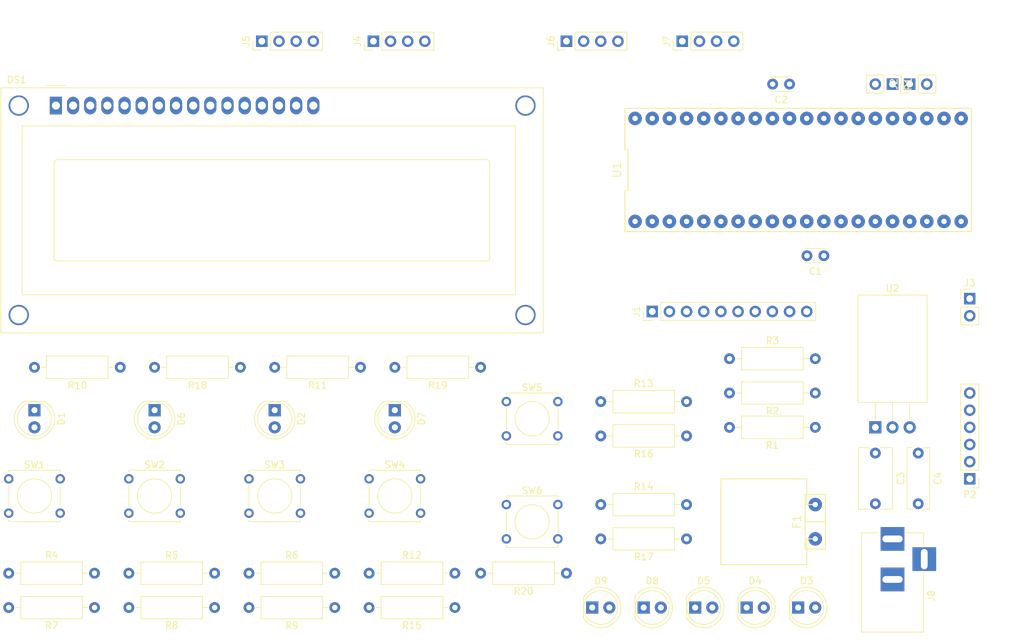
<source format=kicad_pcb>
(kicad_pcb (version 4) (host pcbnew 4.0.7)

  (general
    (links 126)
    (no_connects 126)
    (area 0 0 0 0)
    (thickness 1.6)
    (drawings 0)
    (tracks 0)
    (zones 0)
    (modules 53)
    (nets 67)
  )

  (page A4)
  (layers
    (0 F.Cu signal)
    (31 B.Cu signal)
    (32 B.Adhes user)
    (33 F.Adhes user)
    (34 B.Paste user)
    (35 F.Paste user)
    (36 B.SilkS user)
    (37 F.SilkS user)
    (38 B.Mask user)
    (39 F.Mask user)
    (40 Dwgs.User user)
    (41 Cmts.User user)
    (42 Eco1.User user)
    (43 Eco2.User user)
    (44 Edge.Cuts user)
    (45 Margin user)
    (46 B.CrtYd user)
    (47 F.CrtYd user)
    (48 B.Fab user)
    (49 F.Fab user)
  )

  (setup
    (last_trace_width 0.25)
    (trace_clearance 0.2)
    (zone_clearance 0.508)
    (zone_45_only no)
    (trace_min 0.2)
    (segment_width 0.2)
    (edge_width 0.15)
    (via_size 0.6)
    (via_drill 0.4)
    (via_min_size 0.4)
    (via_min_drill 0.3)
    (uvia_size 0.3)
    (uvia_drill 0.1)
    (uvias_allowed no)
    (uvia_min_size 0.2)
    (uvia_min_drill 0.1)
    (pcb_text_width 0.3)
    (pcb_text_size 1.5 1.5)
    (mod_edge_width 0.15)
    (mod_text_size 1 1)
    (mod_text_width 0.15)
    (pad_size 1.524 1.524)
    (pad_drill 0.762)
    (pad_to_mask_clearance 0.2)
    (aux_axis_origin 0 0)
    (visible_elements FFFFFF7F)
    (pcbplotparams
      (layerselection 0x00030_80000001)
      (usegerberextensions false)
      (excludeedgelayer true)
      (linewidth 0.100000)
      (plotframeref false)
      (viasonmask false)
      (mode 1)
      (useauxorigin false)
      (hpglpennumber 1)
      (hpglpenspeed 20)
      (hpglpendiameter 15)
      (hpglpenoverlay 2)
      (psnegative false)
      (psa4output false)
      (plotreference true)
      (plotvalue true)
      (plotinvisibletext false)
      (padsonsilk false)
      (subtractmaskfromsilk false)
      (outputformat 1)
      (mirror false)
      (drillshape 1)
      (scaleselection 1)
      (outputdirectory ""))
  )

  (net 0 "")
  (net 1 +5V)
  (net 2 GND)
  (net 3 +12V)
  (net 4 "Net-(D1-Pad1)")
  (net 5 ON_LED)
  (net 6 "Net-(D2-Pad1)")
  (net 7 TOP_LED)
  (net 8 "Net-(D3-Pad1)")
  (net 9 "Net-(D4-Pad1)")
  (net 10 "Net-(D5-Pad1)")
  (net 11 "Net-(D6-Pad1)")
  (net 12 BOTTOM_LED)
  (net 13 "Net-(D7-Pad1)")
  (net 14 SET_TIMER_LED)
  (net 15 "Net-(D8-Pad1)")
  (net 16 "Net-(D9-Pad1)")
  (net 17 V0)
  (net 18 RS)
  (net 19 EN)
  (net 20 "Net-(DS1-Pad7)")
  (net 21 "Net-(DS1-Pad8)")
  (net 22 "Net-(DS1-Pad9)")
  (net 23 "Net-(DS1-Pad10)")
  (net 24 D4)
  (net 25 D5)
  (net 26 D6)
  (net 27 D7)
  (net 28 "Net-(F1-Pad2)")
  (net 29 RA0)
  (net 30 RA1)
  (net 31 RA2)
  (net 32 RA3)
  (net 33 RA4)
  (net 34 RA5)
  (net 35 RE0)
  (net 36 RE1)
  (net 37 RE2)
  (net 38 RC0)
  (net 39 D+)
  (net 40 D-)
  (net 41 "Net-(J4-Pad2)")
  (net 42 TOP)
  (net 43 "Net-(J5-Pad2)")
  (net 44 "Net-(J6-Pad2)")
  (net 45 BOTTOM)
  (net 46 "Net-(J7-Pad2)")
  (net 47 "Net-(J8-Pad3)")
  (net 48 TX)
  (net 49 RX)
  (net 50 V_PP)
  (net 51 PGD)
  (net 52 PGC)
  (net 53 "Net-(P2-Pad6)")
  (net 54 "Net-(R4-Pad1)")
  (net 55 "Net-(R5-Pad1)")
  (net 56 "Net-(R6-Pad1)")
  (net 57 ON_BTN_IN)
  (net 58 TOP_BTN_IN)
  (net 59 BOTTOM_BTN_IN)
  (net 60 "Net-(R12-Pad1)")
  (net 61 "Net-(R13-Pad1)")
  (net 62 "Net-(R14-Pad1)")
  (net 63 TMR_SET_BTN_IN)
  (net 64 TMR_UP_BTN_IN)
  (net 65 TMR_DOWN_BTN_IN)
  (net 66 "Net-(U1-Pad18)")

  (net_class Default "This is the default net class."
    (clearance 0.2)
    (trace_width 0.25)
    (via_dia 0.6)
    (via_drill 0.4)
    (uvia_dia 0.3)
    (uvia_drill 0.1)
  )

  (net_class "Home Etch" ""
    (clearance 0.5)
    (trace_width 1)
    (via_dia 0.6)
    (via_drill 0.4)
    (uvia_dia 0.3)
    (uvia_drill 0.1)
    (add_net +12V)
    (add_net +5V)
    (add_net BOTTOM)
    (add_net BOTTOM_BTN_IN)
    (add_net BOTTOM_LED)
    (add_net D+)
    (add_net D-)
    (add_net D4)
    (add_net D5)
    (add_net D6)
    (add_net D7)
    (add_net EN)
    (add_net GND)
    (add_net "Net-(D1-Pad1)")
    (add_net "Net-(D2-Pad1)")
    (add_net "Net-(D3-Pad1)")
    (add_net "Net-(D4-Pad1)")
    (add_net "Net-(D5-Pad1)")
    (add_net "Net-(D6-Pad1)")
    (add_net "Net-(D7-Pad1)")
    (add_net "Net-(D8-Pad1)")
    (add_net "Net-(D9-Pad1)")
    (add_net "Net-(DS1-Pad10)")
    (add_net "Net-(DS1-Pad7)")
    (add_net "Net-(DS1-Pad8)")
    (add_net "Net-(DS1-Pad9)")
    (add_net "Net-(F1-Pad2)")
    (add_net "Net-(J4-Pad2)")
    (add_net "Net-(J5-Pad2)")
    (add_net "Net-(J6-Pad2)")
    (add_net "Net-(J7-Pad2)")
    (add_net "Net-(J8-Pad3)")
    (add_net "Net-(P2-Pad6)")
    (add_net "Net-(R12-Pad1)")
    (add_net "Net-(R13-Pad1)")
    (add_net "Net-(R14-Pad1)")
    (add_net "Net-(R4-Pad1)")
    (add_net "Net-(R5-Pad1)")
    (add_net "Net-(R6-Pad1)")
    (add_net "Net-(U1-Pad18)")
    (add_net ON_BTN_IN)
    (add_net ON_LED)
    (add_net PGC)
    (add_net PGD)
    (add_net RA0)
    (add_net RA1)
    (add_net RA2)
    (add_net RA3)
    (add_net RA4)
    (add_net RA5)
    (add_net RC0)
    (add_net RE0)
    (add_net RE1)
    (add_net RE2)
    (add_net RS)
    (add_net RX)
    (add_net SET_TIMER_LED)
    (add_net TMR_DOWN_BTN_IN)
    (add_net TMR_SET_BTN_IN)
    (add_net TMR_UP_BTN_IN)
    (add_net TOP)
    (add_net TOP_BTN_IN)
    (add_net TOP_LED)
    (add_net TX)
    (add_net V0)
    (add_net V_PP)
  )

  (module Capacitors_THT:C_Disc_D3.0mm_W2.0mm_P2.50mm (layer F.Cu) (tedit 597BC7C2) (tstamp 5A0A0E94)
    (at 166.37 81.28 180)
    (descr "C, Disc series, Radial, pin pitch=2.50mm, , diameter*width=3*2mm^2, Capacitor")
    (tags "C Disc series Radial pin pitch 2.50mm  diameter 3mm width 2mm Capacitor")
    (path /5A072176)
    (fp_text reference C1 (at 1.25 -2.31 180) (layer F.SilkS)
      (effects (font (size 1 1) (thickness 0.15)))
    )
    (fp_text value "10 nF" (at 1.25 2.31 180) (layer F.Fab)
      (effects (font (size 1 1) (thickness 0.15)))
    )
    (fp_line (start -0.25 -1) (end -0.25 1) (layer F.Fab) (width 0.1))
    (fp_line (start -0.25 1) (end 2.75 1) (layer F.Fab) (width 0.1))
    (fp_line (start 2.75 1) (end 2.75 -1) (layer F.Fab) (width 0.1))
    (fp_line (start 2.75 -1) (end -0.25 -1) (layer F.Fab) (width 0.1))
    (fp_line (start -0.31 -1.06) (end 2.81 -1.06) (layer F.SilkS) (width 0.12))
    (fp_line (start -0.31 1.06) (end 2.81 1.06) (layer F.SilkS) (width 0.12))
    (fp_line (start -0.31 -1.06) (end -0.31 -0.996) (layer F.SilkS) (width 0.12))
    (fp_line (start -0.31 0.996) (end -0.31 1.06) (layer F.SilkS) (width 0.12))
    (fp_line (start 2.81 -1.06) (end 2.81 -0.996) (layer F.SilkS) (width 0.12))
    (fp_line (start 2.81 0.996) (end 2.81 1.06) (layer F.SilkS) (width 0.12))
    (fp_line (start -1.05 -1.35) (end -1.05 1.35) (layer F.CrtYd) (width 0.05))
    (fp_line (start -1.05 1.35) (end 3.55 1.35) (layer F.CrtYd) (width 0.05))
    (fp_line (start 3.55 1.35) (end 3.55 -1.35) (layer F.CrtYd) (width 0.05))
    (fp_line (start 3.55 -1.35) (end -1.05 -1.35) (layer F.CrtYd) (width 0.05))
    (fp_text user %R (at 1.25 0 180) (layer F.Fab)
      (effects (font (size 1 1) (thickness 0.15)))
    )
    (pad 1 thru_hole circle (at 0 0 180) (size 1.6 1.6) (drill 0.8) (layers *.Cu *.Mask)
      (net 1 +5V))
    (pad 2 thru_hole circle (at 2.5 0 180) (size 1.6 1.6) (drill 0.8) (layers *.Cu *.Mask)
      (net 2 GND))
    (model ${KISYS3DMOD}/Capacitors_THT.3dshapes/C_Disc_D3.0mm_W2.0mm_P2.50mm.wrl
      (at (xyz 0 0 0))
      (scale (xyz 1 1 1))
      (rotate (xyz 0 0 0))
    )
  )

  (module Capacitors_THT:C_Disc_D3.0mm_W2.0mm_P2.50mm (layer F.Cu) (tedit 597BC7C2) (tstamp 5A0A0EA9)
    (at 161.29 55.88 180)
    (descr "C, Disc series, Radial, pin pitch=2.50mm, , diameter*width=3*2mm^2, Capacitor")
    (tags "C Disc series Radial pin pitch 2.50mm  diameter 3mm width 2mm Capacitor")
    (path /5A072249)
    (fp_text reference C2 (at 1.25 -2.31 180) (layer F.SilkS)
      (effects (font (size 1 1) (thickness 0.15)))
    )
    (fp_text value "10 nF" (at 1.25 2.31 180) (layer F.Fab)
      (effects (font (size 1 1) (thickness 0.15)))
    )
    (fp_line (start -0.25 -1) (end -0.25 1) (layer F.Fab) (width 0.1))
    (fp_line (start -0.25 1) (end 2.75 1) (layer F.Fab) (width 0.1))
    (fp_line (start 2.75 1) (end 2.75 -1) (layer F.Fab) (width 0.1))
    (fp_line (start 2.75 -1) (end -0.25 -1) (layer F.Fab) (width 0.1))
    (fp_line (start -0.31 -1.06) (end 2.81 -1.06) (layer F.SilkS) (width 0.12))
    (fp_line (start -0.31 1.06) (end 2.81 1.06) (layer F.SilkS) (width 0.12))
    (fp_line (start -0.31 -1.06) (end -0.31 -0.996) (layer F.SilkS) (width 0.12))
    (fp_line (start -0.31 0.996) (end -0.31 1.06) (layer F.SilkS) (width 0.12))
    (fp_line (start 2.81 -1.06) (end 2.81 -0.996) (layer F.SilkS) (width 0.12))
    (fp_line (start 2.81 0.996) (end 2.81 1.06) (layer F.SilkS) (width 0.12))
    (fp_line (start -1.05 -1.35) (end -1.05 1.35) (layer F.CrtYd) (width 0.05))
    (fp_line (start -1.05 1.35) (end 3.55 1.35) (layer F.CrtYd) (width 0.05))
    (fp_line (start 3.55 1.35) (end 3.55 -1.35) (layer F.CrtYd) (width 0.05))
    (fp_line (start 3.55 -1.35) (end -1.05 -1.35) (layer F.CrtYd) (width 0.05))
    (fp_text user %R (at 1.25 0 180) (layer F.Fab)
      (effects (font (size 1 1) (thickness 0.15)))
    )
    (pad 1 thru_hole circle (at 0 0 180) (size 1.6 1.6) (drill 0.8) (layers *.Cu *.Mask)
      (net 1 +5V))
    (pad 2 thru_hole circle (at 2.5 0 180) (size 1.6 1.6) (drill 0.8) (layers *.Cu *.Mask)
      (net 2 GND))
    (model ${KISYS3DMOD}/Capacitors_THT.3dshapes/C_Disc_D3.0mm_W2.0mm_P2.50mm.wrl
      (at (xyz 0 0 0))
      (scale (xyz 1 1 1))
      (rotate (xyz 0 0 0))
    )
  )

  (module Capacitors_THT:C_Rect_L9.0mm_W4.9mm_P7.50mm_MKT (layer F.Cu) (tedit 597BC7C2) (tstamp 5A0A0EBE)
    (at 173.99 110.49 270)
    (descr "C, Rect series, Radial, pin pitch=7.50mm, , length*width=9*4.9mm^2, Capacitor, https://en.tdk.eu/inf/20/20/db/fc_2009/MKT_B32560_564.pdf")
    (tags "C Rect series Radial pin pitch 7.50mm  length 9mm width 4.9mm Capacitor")
    (path /5A078C0A)
    (fp_text reference C3 (at 3.75 -3.76 270) (layer F.SilkS)
      (effects (font (size 1 1) (thickness 0.15)))
    )
    (fp_text value "0.33 uF" (at 3.75 3.76 270) (layer F.Fab)
      (effects (font (size 1 1) (thickness 0.15)))
    )
    (fp_line (start -0.75 -2.45) (end -0.75 2.45) (layer F.Fab) (width 0.1))
    (fp_line (start -0.75 2.45) (end 8.25 2.45) (layer F.Fab) (width 0.1))
    (fp_line (start 8.25 2.45) (end 8.25 -2.45) (layer F.Fab) (width 0.1))
    (fp_line (start 8.25 -2.45) (end -0.75 -2.45) (layer F.Fab) (width 0.1))
    (fp_line (start -0.81 -2.51) (end 8.31 -2.51) (layer F.SilkS) (width 0.12))
    (fp_line (start -0.81 2.51) (end 8.31 2.51) (layer F.SilkS) (width 0.12))
    (fp_line (start -0.81 -2.51) (end -0.81 -0.75) (layer F.SilkS) (width 0.12))
    (fp_line (start -0.81 0.75) (end -0.81 2.51) (layer F.SilkS) (width 0.12))
    (fp_line (start 8.31 -2.51) (end 8.31 -0.75) (layer F.SilkS) (width 0.12))
    (fp_line (start 8.31 0.75) (end 8.31 2.51) (layer F.SilkS) (width 0.12))
    (fp_line (start -1.1 -2.8) (end -1.1 2.8) (layer F.CrtYd) (width 0.05))
    (fp_line (start -1.1 2.8) (end 8.6 2.8) (layer F.CrtYd) (width 0.05))
    (fp_line (start 8.6 2.8) (end 8.6 -2.8) (layer F.CrtYd) (width 0.05))
    (fp_line (start 8.6 -2.8) (end -1.1 -2.8) (layer F.CrtYd) (width 0.05))
    (fp_text user %R (at 3.75 0 270) (layer F.Fab)
      (effects (font (size 1 1) (thickness 0.15)))
    )
    (pad 1 thru_hole circle (at 0 0 270) (size 1.6 1.6) (drill 0.8) (layers *.Cu *.Mask)
      (net 3 +12V))
    (pad 2 thru_hole circle (at 7.5 0 270) (size 1.6 1.6) (drill 0.8) (layers *.Cu *.Mask)
      (net 2 GND))
    (model ${KISYS3DMOD}/Capacitors_THT.3dshapes/C_Rect_L9.0mm_W4.9mm_P7.50mm_MKT.wrl
      (at (xyz 0 0 0))
      (scale (xyz 1 1 1))
      (rotate (xyz 0 0 0))
    )
  )

  (module Capacitors_THT:C_Rect_L9.0mm_W3.2mm_P7.50mm_MKT (layer F.Cu) (tedit 597BC7C2) (tstamp 5A0A0ED3)
    (at 180.34 110.49 270)
    (descr "C, Rect series, Radial, pin pitch=7.50mm, , length*width=9*3.2mm^2, Capacitor, https://en.tdk.eu/inf/20/20/db/fc_2009/MKT_B32560_564.pdf")
    (tags "C Rect series Radial pin pitch 7.50mm  length 9mm width 3.2mm Capacitor")
    (path /5A078C4F)
    (fp_text reference C4 (at 3.75 -2.91 270) (layer F.SilkS)
      (effects (font (size 1 1) (thickness 0.15)))
    )
    (fp_text value "0.1 uF" (at 3.75 2.91 270) (layer F.Fab)
      (effects (font (size 1 1) (thickness 0.15)))
    )
    (fp_line (start -0.75 -1.6) (end -0.75 1.6) (layer F.Fab) (width 0.1))
    (fp_line (start -0.75 1.6) (end 8.25 1.6) (layer F.Fab) (width 0.1))
    (fp_line (start 8.25 1.6) (end 8.25 -1.6) (layer F.Fab) (width 0.1))
    (fp_line (start 8.25 -1.6) (end -0.75 -1.6) (layer F.Fab) (width 0.1))
    (fp_line (start -0.81 -1.66) (end 8.31 -1.66) (layer F.SilkS) (width 0.12))
    (fp_line (start -0.81 1.66) (end 8.31 1.66) (layer F.SilkS) (width 0.12))
    (fp_line (start -0.81 -1.66) (end -0.81 -0.75) (layer F.SilkS) (width 0.12))
    (fp_line (start -0.81 0.75) (end -0.81 1.66) (layer F.SilkS) (width 0.12))
    (fp_line (start 8.31 -1.66) (end 8.31 -0.75) (layer F.SilkS) (width 0.12))
    (fp_line (start 8.31 0.75) (end 8.31 1.66) (layer F.SilkS) (width 0.12))
    (fp_line (start -1.1 -1.95) (end -1.1 1.95) (layer F.CrtYd) (width 0.05))
    (fp_line (start -1.1 1.95) (end 8.6 1.95) (layer F.CrtYd) (width 0.05))
    (fp_line (start 8.6 1.95) (end 8.6 -1.95) (layer F.CrtYd) (width 0.05))
    (fp_line (start 8.6 -1.95) (end -1.1 -1.95) (layer F.CrtYd) (width 0.05))
    (fp_text user %R (at 3.75 0 270) (layer F.Fab)
      (effects (font (size 1 1) (thickness 0.15)))
    )
    (pad 1 thru_hole circle (at 0 0 270) (size 1.6 1.6) (drill 0.8) (layers *.Cu *.Mask)
      (net 1 +5V))
    (pad 2 thru_hole circle (at 7.5 0 270) (size 1.6 1.6) (drill 0.8) (layers *.Cu *.Mask)
      (net 2 GND))
    (model ${KISYS3DMOD}/Capacitors_THT.3dshapes/C_Rect_L9.0mm_W3.2mm_P7.50mm_MKT.wrl
      (at (xyz 0 0 0))
      (scale (xyz 1 1 1))
      (rotate (xyz 0 0 0))
    )
  )

  (module LEDs:LED_D5.0mm (layer F.Cu) (tedit 5995936A) (tstamp 5A0A0EE5)
    (at 49.53 104.14 270)
    (descr "LED, diameter 5.0mm, 2 pins, http://cdn-reichelt.de/documents/datenblatt/A500/LL-504BC2E-009.pdf")
    (tags "LED diameter 5.0mm 2 pins")
    (path /5A07C51B)
    (fp_text reference D1 (at 1.27 -3.96 270) (layer F.SilkS)
      (effects (font (size 1 1) (thickness 0.15)))
    )
    (fp_text value LED (at 1.27 3.96 270) (layer F.Fab)
      (effects (font (size 1 1) (thickness 0.15)))
    )
    (fp_arc (start 1.27 0) (end -1.23 -1.469694) (angle 299.1) (layer F.Fab) (width 0.1))
    (fp_arc (start 1.27 0) (end -1.29 -1.54483) (angle 148.9) (layer F.SilkS) (width 0.12))
    (fp_arc (start 1.27 0) (end -1.29 1.54483) (angle -148.9) (layer F.SilkS) (width 0.12))
    (fp_circle (center 1.27 0) (end 3.77 0) (layer F.Fab) (width 0.1))
    (fp_circle (center 1.27 0) (end 3.77 0) (layer F.SilkS) (width 0.12))
    (fp_line (start -1.23 -1.469694) (end -1.23 1.469694) (layer F.Fab) (width 0.1))
    (fp_line (start -1.29 -1.545) (end -1.29 1.545) (layer F.SilkS) (width 0.12))
    (fp_line (start -1.95 -3.25) (end -1.95 3.25) (layer F.CrtYd) (width 0.05))
    (fp_line (start -1.95 3.25) (end 4.5 3.25) (layer F.CrtYd) (width 0.05))
    (fp_line (start 4.5 3.25) (end 4.5 -3.25) (layer F.CrtYd) (width 0.05))
    (fp_line (start 4.5 -3.25) (end -1.95 -3.25) (layer F.CrtYd) (width 0.05))
    (fp_text user %R (at 1.25 0 270) (layer F.Fab)
      (effects (font (size 0.8 0.8) (thickness 0.2)))
    )
    (pad 1 thru_hole rect (at 0 0 270) (size 1.8 1.8) (drill 0.9) (layers *.Cu *.Mask)
      (net 4 "Net-(D1-Pad1)"))
    (pad 2 thru_hole circle (at 2.54 0 270) (size 1.8 1.8) (drill 0.9) (layers *.Cu *.Mask)
      (net 5 ON_LED))
    (model ${KISYS3DMOD}/LEDs.3dshapes/LED_D5.0mm.wrl
      (at (xyz 0 0 0))
      (scale (xyz 0.393701 0.393701 0.393701))
      (rotate (xyz 0 0 0))
    )
  )

  (module LEDs:LED_D5.0mm (layer F.Cu) (tedit 5995936A) (tstamp 5A0A0EF7)
    (at 85.09 104.14 270)
    (descr "LED, diameter 5.0mm, 2 pins, http://cdn-reichelt.de/documents/datenblatt/A500/LL-504BC2E-009.pdf")
    (tags "LED diameter 5.0mm 2 pins")
    (path /5A07C9C4)
    (fp_text reference D2 (at 1.27 -3.96 270) (layer F.SilkS)
      (effects (font (size 1 1) (thickness 0.15)))
    )
    (fp_text value LED (at 1.27 3.96 270) (layer F.Fab)
      (effects (font (size 1 1) (thickness 0.15)))
    )
    (fp_arc (start 1.27 0) (end -1.23 -1.469694) (angle 299.1) (layer F.Fab) (width 0.1))
    (fp_arc (start 1.27 0) (end -1.29 -1.54483) (angle 148.9) (layer F.SilkS) (width 0.12))
    (fp_arc (start 1.27 0) (end -1.29 1.54483) (angle -148.9) (layer F.SilkS) (width 0.12))
    (fp_circle (center 1.27 0) (end 3.77 0) (layer F.Fab) (width 0.1))
    (fp_circle (center 1.27 0) (end 3.77 0) (layer F.SilkS) (width 0.12))
    (fp_line (start -1.23 -1.469694) (end -1.23 1.469694) (layer F.Fab) (width 0.1))
    (fp_line (start -1.29 -1.545) (end -1.29 1.545) (layer F.SilkS) (width 0.12))
    (fp_line (start -1.95 -3.25) (end -1.95 3.25) (layer F.CrtYd) (width 0.05))
    (fp_line (start -1.95 3.25) (end 4.5 3.25) (layer F.CrtYd) (width 0.05))
    (fp_line (start 4.5 3.25) (end 4.5 -3.25) (layer F.CrtYd) (width 0.05))
    (fp_line (start 4.5 -3.25) (end -1.95 -3.25) (layer F.CrtYd) (width 0.05))
    (fp_text user %R (at 1.25 0 270) (layer F.Fab)
      (effects (font (size 0.8 0.8) (thickness 0.2)))
    )
    (pad 1 thru_hole rect (at 0 0 270) (size 1.8 1.8) (drill 0.9) (layers *.Cu *.Mask)
      (net 6 "Net-(D2-Pad1)"))
    (pad 2 thru_hole circle (at 2.54 0 270) (size 1.8 1.8) (drill 0.9) (layers *.Cu *.Mask)
      (net 7 TOP_LED))
    (model ${KISYS3DMOD}/LEDs.3dshapes/LED_D5.0mm.wrl
      (at (xyz 0 0 0))
      (scale (xyz 0.393701 0.393701 0.393701))
      (rotate (xyz 0 0 0))
    )
  )

  (module LEDs:LED_D5.0mm (layer F.Cu) (tedit 5995936A) (tstamp 5A0A0F09)
    (at 162.56 133.35)
    (descr "LED, diameter 5.0mm, 2 pins, http://cdn-reichelt.de/documents/datenblatt/A500/LL-504BC2E-009.pdf")
    (tags "LED diameter 5.0mm 2 pins")
    (path /5A0795C9)
    (fp_text reference D3 (at 1.27 -3.96) (layer F.SilkS)
      (effects (font (size 1 1) (thickness 0.15)))
    )
    (fp_text value LED (at 1.27 3.96) (layer F.Fab)
      (effects (font (size 1 1) (thickness 0.15)))
    )
    (fp_arc (start 1.27 0) (end -1.23 -1.469694) (angle 299.1) (layer F.Fab) (width 0.1))
    (fp_arc (start 1.27 0) (end -1.29 -1.54483) (angle 148.9) (layer F.SilkS) (width 0.12))
    (fp_arc (start 1.27 0) (end -1.29 1.54483) (angle -148.9) (layer F.SilkS) (width 0.12))
    (fp_circle (center 1.27 0) (end 3.77 0) (layer F.Fab) (width 0.1))
    (fp_circle (center 1.27 0) (end 3.77 0) (layer F.SilkS) (width 0.12))
    (fp_line (start -1.23 -1.469694) (end -1.23 1.469694) (layer F.Fab) (width 0.1))
    (fp_line (start -1.29 -1.545) (end -1.29 1.545) (layer F.SilkS) (width 0.12))
    (fp_line (start -1.95 -3.25) (end -1.95 3.25) (layer F.CrtYd) (width 0.05))
    (fp_line (start -1.95 3.25) (end 4.5 3.25) (layer F.CrtYd) (width 0.05))
    (fp_line (start 4.5 3.25) (end 4.5 -3.25) (layer F.CrtYd) (width 0.05))
    (fp_line (start 4.5 -3.25) (end -1.95 -3.25) (layer F.CrtYd) (width 0.05))
    (fp_text user %R (at 1.25 0) (layer F.Fab)
      (effects (font (size 0.8 0.8) (thickness 0.2)))
    )
    (pad 1 thru_hole rect (at 0 0) (size 1.8 1.8) (drill 0.9) (layers *.Cu *.Mask)
      (net 8 "Net-(D3-Pad1)"))
    (pad 2 thru_hole circle (at 2.54 0) (size 1.8 1.8) (drill 0.9) (layers *.Cu *.Mask)
      (net 3 +12V))
    (model ${KISYS3DMOD}/LEDs.3dshapes/LED_D5.0mm.wrl
      (at (xyz 0 0 0))
      (scale (xyz 0.393701 0.393701 0.393701))
      (rotate (xyz 0 0 0))
    )
  )

  (module LEDs:LED_D5.0mm (layer F.Cu) (tedit 5995936A) (tstamp 5A0A0F1B)
    (at 154.94 133.35)
    (descr "LED, diameter 5.0mm, 2 pins, http://cdn-reichelt.de/documents/datenblatt/A500/LL-504BC2E-009.pdf")
    (tags "LED diameter 5.0mm 2 pins")
    (path /5A0797DC)
    (fp_text reference D4 (at 1.27 -3.96) (layer F.SilkS)
      (effects (font (size 1 1) (thickness 0.15)))
    )
    (fp_text value LED (at 1.27 3.96) (layer F.Fab)
      (effects (font (size 1 1) (thickness 0.15)))
    )
    (fp_arc (start 1.27 0) (end -1.23 -1.469694) (angle 299.1) (layer F.Fab) (width 0.1))
    (fp_arc (start 1.27 0) (end -1.29 -1.54483) (angle 148.9) (layer F.SilkS) (width 0.12))
    (fp_arc (start 1.27 0) (end -1.29 1.54483) (angle -148.9) (layer F.SilkS) (width 0.12))
    (fp_circle (center 1.27 0) (end 3.77 0) (layer F.Fab) (width 0.1))
    (fp_circle (center 1.27 0) (end 3.77 0) (layer F.SilkS) (width 0.12))
    (fp_line (start -1.23 -1.469694) (end -1.23 1.469694) (layer F.Fab) (width 0.1))
    (fp_line (start -1.29 -1.545) (end -1.29 1.545) (layer F.SilkS) (width 0.12))
    (fp_line (start -1.95 -3.25) (end -1.95 3.25) (layer F.CrtYd) (width 0.05))
    (fp_line (start -1.95 3.25) (end 4.5 3.25) (layer F.CrtYd) (width 0.05))
    (fp_line (start 4.5 3.25) (end 4.5 -3.25) (layer F.CrtYd) (width 0.05))
    (fp_line (start 4.5 -3.25) (end -1.95 -3.25) (layer F.CrtYd) (width 0.05))
    (fp_text user %R (at 1.25 0) (layer F.Fab)
      (effects (font (size 0.8 0.8) (thickness 0.2)))
    )
    (pad 1 thru_hole rect (at 0 0) (size 1.8 1.8) (drill 0.9) (layers *.Cu *.Mask)
      (net 9 "Net-(D4-Pad1)"))
    (pad 2 thru_hole circle (at 2.54 0) (size 1.8 1.8) (drill 0.9) (layers *.Cu *.Mask)
      (net 8 "Net-(D3-Pad1)"))
    (model ${KISYS3DMOD}/LEDs.3dshapes/LED_D5.0mm.wrl
      (at (xyz 0 0 0))
      (scale (xyz 0.393701 0.393701 0.393701))
      (rotate (xyz 0 0 0))
    )
  )

  (module LEDs:LED_D5.0mm (layer F.Cu) (tedit 5995936A) (tstamp 5A0A0F2D)
    (at 147.32 133.35)
    (descr "LED, diameter 5.0mm, 2 pins, http://cdn-reichelt.de/documents/datenblatt/A500/LL-504BC2E-009.pdf")
    (tags "LED diameter 5.0mm 2 pins")
    (path /5A079830)
    (fp_text reference D5 (at 1.27 -3.96) (layer F.SilkS)
      (effects (font (size 1 1) (thickness 0.15)))
    )
    (fp_text value LED (at 1.27 3.96) (layer F.Fab)
      (effects (font (size 1 1) (thickness 0.15)))
    )
    (fp_arc (start 1.27 0) (end -1.23 -1.469694) (angle 299.1) (layer F.Fab) (width 0.1))
    (fp_arc (start 1.27 0) (end -1.29 -1.54483) (angle 148.9) (layer F.SilkS) (width 0.12))
    (fp_arc (start 1.27 0) (end -1.29 1.54483) (angle -148.9) (layer F.SilkS) (width 0.12))
    (fp_circle (center 1.27 0) (end 3.77 0) (layer F.Fab) (width 0.1))
    (fp_circle (center 1.27 0) (end 3.77 0) (layer F.SilkS) (width 0.12))
    (fp_line (start -1.23 -1.469694) (end -1.23 1.469694) (layer F.Fab) (width 0.1))
    (fp_line (start -1.29 -1.545) (end -1.29 1.545) (layer F.SilkS) (width 0.12))
    (fp_line (start -1.95 -3.25) (end -1.95 3.25) (layer F.CrtYd) (width 0.05))
    (fp_line (start -1.95 3.25) (end 4.5 3.25) (layer F.CrtYd) (width 0.05))
    (fp_line (start 4.5 3.25) (end 4.5 -3.25) (layer F.CrtYd) (width 0.05))
    (fp_line (start 4.5 -3.25) (end -1.95 -3.25) (layer F.CrtYd) (width 0.05))
    (fp_text user %R (at 1.25 0) (layer F.Fab)
      (effects (font (size 0.8 0.8) (thickness 0.2)))
    )
    (pad 1 thru_hole rect (at 0 0) (size 1.8 1.8) (drill 0.9) (layers *.Cu *.Mask)
      (net 10 "Net-(D5-Pad1)"))
    (pad 2 thru_hole circle (at 2.54 0) (size 1.8 1.8) (drill 0.9) (layers *.Cu *.Mask)
      (net 9 "Net-(D4-Pad1)"))
    (model ${KISYS3DMOD}/LEDs.3dshapes/LED_D5.0mm.wrl
      (at (xyz 0 0 0))
      (scale (xyz 0.393701 0.393701 0.393701))
      (rotate (xyz 0 0 0))
    )
  )

  (module LEDs:LED_D5.0mm (layer F.Cu) (tedit 5995936A) (tstamp 5A0A0F3F)
    (at 67.31 104.14 270)
    (descr "LED, diameter 5.0mm, 2 pins, http://cdn-reichelt.de/documents/datenblatt/A500/LL-504BC2E-009.pdf")
    (tags "LED diameter 5.0mm 2 pins")
    (path /5A07CB05)
    (fp_text reference D6 (at 1.27 -3.96 270) (layer F.SilkS)
      (effects (font (size 1 1) (thickness 0.15)))
    )
    (fp_text value LED (at 1.27 3.96 270) (layer F.Fab)
      (effects (font (size 1 1) (thickness 0.15)))
    )
    (fp_arc (start 1.27 0) (end -1.23 -1.469694) (angle 299.1) (layer F.Fab) (width 0.1))
    (fp_arc (start 1.27 0) (end -1.29 -1.54483) (angle 148.9) (layer F.SilkS) (width 0.12))
    (fp_arc (start 1.27 0) (end -1.29 1.54483) (angle -148.9) (layer F.SilkS) (width 0.12))
    (fp_circle (center 1.27 0) (end 3.77 0) (layer F.Fab) (width 0.1))
    (fp_circle (center 1.27 0) (end 3.77 0) (layer F.SilkS) (width 0.12))
    (fp_line (start -1.23 -1.469694) (end -1.23 1.469694) (layer F.Fab) (width 0.1))
    (fp_line (start -1.29 -1.545) (end -1.29 1.545) (layer F.SilkS) (width 0.12))
    (fp_line (start -1.95 -3.25) (end -1.95 3.25) (layer F.CrtYd) (width 0.05))
    (fp_line (start -1.95 3.25) (end 4.5 3.25) (layer F.CrtYd) (width 0.05))
    (fp_line (start 4.5 3.25) (end 4.5 -3.25) (layer F.CrtYd) (width 0.05))
    (fp_line (start 4.5 -3.25) (end -1.95 -3.25) (layer F.CrtYd) (width 0.05))
    (fp_text user %R (at 1.25 0 270) (layer F.Fab)
      (effects (font (size 0.8 0.8) (thickness 0.2)))
    )
    (pad 1 thru_hole rect (at 0 0 270) (size 1.8 1.8) (drill 0.9) (layers *.Cu *.Mask)
      (net 11 "Net-(D6-Pad1)"))
    (pad 2 thru_hole circle (at 2.54 0 270) (size 1.8 1.8) (drill 0.9) (layers *.Cu *.Mask)
      (net 12 BOTTOM_LED))
    (model ${KISYS3DMOD}/LEDs.3dshapes/LED_D5.0mm.wrl
      (at (xyz 0 0 0))
      (scale (xyz 0.393701 0.393701 0.393701))
      (rotate (xyz 0 0 0))
    )
  )

  (module LEDs:LED_D5.0mm (layer F.Cu) (tedit 5995936A) (tstamp 5A0A0F51)
    (at 102.87 104.14 270)
    (descr "LED, diameter 5.0mm, 2 pins, http://cdn-reichelt.de/documents/datenblatt/A500/LL-504BC2E-009.pdf")
    (tags "LED diameter 5.0mm 2 pins")
    (path /5A07CC33)
    (fp_text reference D7 (at 1.27 -3.96 270) (layer F.SilkS)
      (effects (font (size 1 1) (thickness 0.15)))
    )
    (fp_text value LED (at 1.27 3.96 270) (layer F.Fab)
      (effects (font (size 1 1) (thickness 0.15)))
    )
    (fp_arc (start 1.27 0) (end -1.23 -1.469694) (angle 299.1) (layer F.Fab) (width 0.1))
    (fp_arc (start 1.27 0) (end -1.29 -1.54483) (angle 148.9) (layer F.SilkS) (width 0.12))
    (fp_arc (start 1.27 0) (end -1.29 1.54483) (angle -148.9) (layer F.SilkS) (width 0.12))
    (fp_circle (center 1.27 0) (end 3.77 0) (layer F.Fab) (width 0.1))
    (fp_circle (center 1.27 0) (end 3.77 0) (layer F.SilkS) (width 0.12))
    (fp_line (start -1.23 -1.469694) (end -1.23 1.469694) (layer F.Fab) (width 0.1))
    (fp_line (start -1.29 -1.545) (end -1.29 1.545) (layer F.SilkS) (width 0.12))
    (fp_line (start -1.95 -3.25) (end -1.95 3.25) (layer F.CrtYd) (width 0.05))
    (fp_line (start -1.95 3.25) (end 4.5 3.25) (layer F.CrtYd) (width 0.05))
    (fp_line (start 4.5 3.25) (end 4.5 -3.25) (layer F.CrtYd) (width 0.05))
    (fp_line (start 4.5 -3.25) (end -1.95 -3.25) (layer F.CrtYd) (width 0.05))
    (fp_text user %R (at 1.25 0 270) (layer F.Fab)
      (effects (font (size 0.8 0.8) (thickness 0.2)))
    )
    (pad 1 thru_hole rect (at 0 0 270) (size 1.8 1.8) (drill 0.9) (layers *.Cu *.Mask)
      (net 13 "Net-(D7-Pad1)"))
    (pad 2 thru_hole circle (at 2.54 0 270) (size 1.8 1.8) (drill 0.9) (layers *.Cu *.Mask)
      (net 14 SET_TIMER_LED))
    (model ${KISYS3DMOD}/LEDs.3dshapes/LED_D5.0mm.wrl
      (at (xyz 0 0 0))
      (scale (xyz 0.393701 0.393701 0.393701))
      (rotate (xyz 0 0 0))
    )
  )

  (module LEDs:LED_D5.0mm (layer F.Cu) (tedit 5995936A) (tstamp 5A0A0F63)
    (at 139.7 133.35)
    (descr "LED, diameter 5.0mm, 2 pins, http://cdn-reichelt.de/documents/datenblatt/A500/LL-504BC2E-009.pdf")
    (tags "LED diameter 5.0mm 2 pins")
    (path /5A079885)
    (fp_text reference D8 (at 1.27 -3.96) (layer F.SilkS)
      (effects (font (size 1 1) (thickness 0.15)))
    )
    (fp_text value LED (at 1.27 3.96) (layer F.Fab)
      (effects (font (size 1 1) (thickness 0.15)))
    )
    (fp_arc (start 1.27 0) (end -1.23 -1.469694) (angle 299.1) (layer F.Fab) (width 0.1))
    (fp_arc (start 1.27 0) (end -1.29 -1.54483) (angle 148.9) (layer F.SilkS) (width 0.12))
    (fp_arc (start 1.27 0) (end -1.29 1.54483) (angle -148.9) (layer F.SilkS) (width 0.12))
    (fp_circle (center 1.27 0) (end 3.77 0) (layer F.Fab) (width 0.1))
    (fp_circle (center 1.27 0) (end 3.77 0) (layer F.SilkS) (width 0.12))
    (fp_line (start -1.23 -1.469694) (end -1.23 1.469694) (layer F.Fab) (width 0.1))
    (fp_line (start -1.29 -1.545) (end -1.29 1.545) (layer F.SilkS) (width 0.12))
    (fp_line (start -1.95 -3.25) (end -1.95 3.25) (layer F.CrtYd) (width 0.05))
    (fp_line (start -1.95 3.25) (end 4.5 3.25) (layer F.CrtYd) (width 0.05))
    (fp_line (start 4.5 3.25) (end 4.5 -3.25) (layer F.CrtYd) (width 0.05))
    (fp_line (start 4.5 -3.25) (end -1.95 -3.25) (layer F.CrtYd) (width 0.05))
    (fp_text user %R (at 1.25 0) (layer F.Fab)
      (effects (font (size 0.8 0.8) (thickness 0.2)))
    )
    (pad 1 thru_hole rect (at 0 0) (size 1.8 1.8) (drill 0.9) (layers *.Cu *.Mask)
      (net 15 "Net-(D8-Pad1)"))
    (pad 2 thru_hole circle (at 2.54 0) (size 1.8 1.8) (drill 0.9) (layers *.Cu *.Mask)
      (net 10 "Net-(D5-Pad1)"))
    (model ${KISYS3DMOD}/LEDs.3dshapes/LED_D5.0mm.wrl
      (at (xyz 0 0 0))
      (scale (xyz 0.393701 0.393701 0.393701))
      (rotate (xyz 0 0 0))
    )
  )

  (module LEDs:LED_D5.0mm (layer F.Cu) (tedit 5995936A) (tstamp 5A0A0F75)
    (at 132.08 133.35)
    (descr "LED, diameter 5.0mm, 2 pins, http://cdn-reichelt.de/documents/datenblatt/A500/LL-504BC2E-009.pdf")
    (tags "LED diameter 5.0mm 2 pins")
    (path /5A0798DF)
    (fp_text reference D9 (at 1.27 -3.96) (layer F.SilkS)
      (effects (font (size 1 1) (thickness 0.15)))
    )
    (fp_text value LED (at 1.27 3.96) (layer F.Fab)
      (effects (font (size 1 1) (thickness 0.15)))
    )
    (fp_arc (start 1.27 0) (end -1.23 -1.469694) (angle 299.1) (layer F.Fab) (width 0.1))
    (fp_arc (start 1.27 0) (end -1.29 -1.54483) (angle 148.9) (layer F.SilkS) (width 0.12))
    (fp_arc (start 1.27 0) (end -1.29 1.54483) (angle -148.9) (layer F.SilkS) (width 0.12))
    (fp_circle (center 1.27 0) (end 3.77 0) (layer F.Fab) (width 0.1))
    (fp_circle (center 1.27 0) (end 3.77 0) (layer F.SilkS) (width 0.12))
    (fp_line (start -1.23 -1.469694) (end -1.23 1.469694) (layer F.Fab) (width 0.1))
    (fp_line (start -1.29 -1.545) (end -1.29 1.545) (layer F.SilkS) (width 0.12))
    (fp_line (start -1.95 -3.25) (end -1.95 3.25) (layer F.CrtYd) (width 0.05))
    (fp_line (start -1.95 3.25) (end 4.5 3.25) (layer F.CrtYd) (width 0.05))
    (fp_line (start 4.5 3.25) (end 4.5 -3.25) (layer F.CrtYd) (width 0.05))
    (fp_line (start 4.5 -3.25) (end -1.95 -3.25) (layer F.CrtYd) (width 0.05))
    (fp_text user %R (at 1.25 0) (layer F.Fab)
      (effects (font (size 0.8 0.8) (thickness 0.2)))
    )
    (pad 1 thru_hole rect (at 0 0) (size 1.8 1.8) (drill 0.9) (layers *.Cu *.Mask)
      (net 16 "Net-(D9-Pad1)"))
    (pad 2 thru_hole circle (at 2.54 0) (size 1.8 1.8) (drill 0.9) (layers *.Cu *.Mask)
      (net 15 "Net-(D8-Pad1)"))
    (model ${KISYS3DMOD}/LEDs.3dshapes/LED_D5.0mm.wrl
      (at (xyz 0 0 0))
      (scale (xyz 0.393701 0.393701 0.393701))
      (rotate (xyz 0 0 0))
    )
  )

  (module Displays:WC1602A (layer F.Cu) (tedit 5958D986) (tstamp 5A0A0FAB)
    (at 52.705 59.055)
    (descr "LCD 16x2 http://www.wincomlcd.com/pdf/WC1602A-SFYLYHTC06.pdf")
    (tags "LCD 16x2 Alphanumeric 16pin")
    (path /5A074A06)
    (fp_text reference DS1 (at -5.82 -3.81) (layer F.SilkS)
      (effects (font (size 1 1) (thickness 0.15)))
    )
    (fp_text value WC1602A (at -4.31 34.66) (layer F.Fab)
      (effects (font (size 1 1) (thickness 0.15)))
    )
    (fp_line (start -8.14 33.64) (end 72.14 33.64) (layer F.SilkS) (width 0.12))
    (fp_line (start 72.14 33.64) (end 72.14 -2.64) (layer F.SilkS) (width 0.12))
    (fp_line (start 72.14 -2.64) (end -7.34 -2.64) (layer F.SilkS) (width 0.12))
    (fp_line (start -8.14 -2.64) (end -8.14 33.64) (layer F.SilkS) (width 0.12))
    (fp_line (start -8.13 -2.64) (end -7.34 -2.64) (layer F.SilkS) (width 0.12))
    (fp_line (start -8.25 -2.75) (end -8.25 33.75) (layer F.CrtYd) (width 0.05))
    (fp_line (start -8.25 33.75) (end 72.25 33.75) (layer F.CrtYd) (width 0.05))
    (fp_line (start 72.25 -2.75) (end 72.25 33.75) (layer F.CrtYd) (width 0.05))
    (fp_line (start -1.5 -3) (end 1.5 -3) (layer F.SilkS) (width 0.12))
    (fp_line (start -8.25 -2.75) (end 72.25 -2.75) (layer F.CrtYd) (width 0.05))
    (fp_line (start 1 -2.5) (end 0 -1.5) (layer F.Fab) (width 0.1))
    (fp_line (start 0 -1.5) (end -1 -2.5) (layer F.Fab) (width 0.1))
    (fp_line (start -1 -2.5) (end -8 -2.5) (layer F.Fab) (width 0.1))
    (fp_text user %R (at 30.37 14.74) (layer F.Fab)
      (effects (font (size 1 1) (thickness 0.1)))
    )
    (fp_line (start 0.2 8) (end 63.7 8) (layer F.SilkS) (width 0.12))
    (fp_line (start -0.29972 22.49932) (end -0.29972 8.5) (layer F.SilkS) (width 0.12))
    (fp_line (start 63.70066 23) (end 0.2 23) (layer F.SilkS) (width 0.12))
    (fp_line (start 64.2 8.5) (end 64.2 22.5) (layer F.SilkS) (width 0.12))
    (fp_arc (start 63.7 8.5) (end 63.7 8) (angle 90) (layer F.SilkS) (width 0.12))
    (fp_arc (start 63.70066 22.49932) (end 64.20104 22.49932) (angle 90) (layer F.SilkS) (width 0.12))
    (fp_arc (start 0.20066 22.49932) (end 0.20066 22.9997) (angle 90) (layer F.SilkS) (width 0.12))
    (fp_arc (start 0.20066 8.49884) (end -0.29972 8.49884) (angle 90) (layer F.SilkS) (width 0.12))
    (fp_line (start -5 3) (end 68 3) (layer F.SilkS) (width 0.12))
    (fp_line (start 68 3) (end 68 28) (layer F.SilkS) (width 0.12))
    (fp_line (start 68 28) (end -5 28) (layer F.SilkS) (width 0.12))
    (fp_line (start -5 28) (end -5 3) (layer F.SilkS) (width 0.12))
    (fp_line (start 1 -2.5) (end 72 -2.5) (layer F.Fab) (width 0.1))
    (fp_line (start 72 -2.5) (end 72 33.5) (layer F.Fab) (width 0.1))
    (fp_line (start 72 33.5) (end -8 33.5) (layer F.Fab) (width 0.1))
    (fp_line (start -8 33.5) (end -8 -2.5) (layer F.Fab) (width 0.1))
    (pad 1 thru_hole rect (at 0 0) (size 1.8 2.6) (drill 1.2) (layers *.Cu *.Mask)
      (net 1 +5V))
    (pad 2 thru_hole oval (at 2.54 0) (size 1.8 2.6) (drill 1.2) (layers *.Cu *.Mask)
      (net 2 GND))
    (pad 3 thru_hole oval (at 5.08 0) (size 1.8 2.6) (drill 1.2) (layers *.Cu *.Mask)
      (net 17 V0))
    (pad 4 thru_hole oval (at 7.62 0) (size 1.8 2.6) (drill 1.2) (layers *.Cu *.Mask)
      (net 18 RS))
    (pad 5 thru_hole oval (at 10.16 0) (size 1.8 2.6) (drill 1.2) (layers *.Cu *.Mask)
      (net 2 GND))
    (pad 6 thru_hole oval (at 12.7 0) (size 1.8 2.6) (drill 1.2) (layers *.Cu *.Mask)
      (net 19 EN))
    (pad 7 thru_hole oval (at 15.24 0) (size 1.8 2.6) (drill 1.2) (layers *.Cu *.Mask)
      (net 20 "Net-(DS1-Pad7)"))
    (pad 8 thru_hole oval (at 17.78 0) (size 1.8 2.6) (drill 1.2) (layers *.Cu *.Mask)
      (net 21 "Net-(DS1-Pad8)"))
    (pad 9 thru_hole oval (at 20.32 0) (size 1.8 2.6) (drill 1.2) (layers *.Cu *.Mask)
      (net 22 "Net-(DS1-Pad9)"))
    (pad 10 thru_hole oval (at 22.86 0) (size 1.8 2.6) (drill 1.2) (layers *.Cu *.Mask)
      (net 23 "Net-(DS1-Pad10)"))
    (pad 11 thru_hole oval (at 25.4 0) (size 1.8 2.6) (drill 1.2) (layers *.Cu *.Mask)
      (net 24 D4))
    (pad 12 thru_hole oval (at 27.94 0) (size 1.8 2.6) (drill 1.2) (layers *.Cu *.Mask)
      (net 25 D5))
    (pad 13 thru_hole oval (at 30.48 0) (size 1.8 2.6) (drill 1.2) (layers *.Cu *.Mask)
      (net 26 D6))
    (pad 14 thru_hole oval (at 33.02 0) (size 1.8 2.6) (drill 1.2) (layers *.Cu *.Mask)
      (net 27 D7))
    (pad 15 thru_hole oval (at 35.56 0) (size 1.8 2.6) (drill 1.2) (layers *.Cu *.Mask)
      (net 1 +5V))
    (pad 16 thru_hole oval (at 38.1 0) (size 1.8 2.6) (drill 1.2) (layers *.Cu *.Mask)
      (net 2 GND))
    (pad "" thru_hole circle (at -5.4991 0) (size 3 3) (drill 2.5) (layers *.Cu *.Mask))
    (pad "" thru_hole circle (at -5.4991 31.0007) (size 3 3) (drill 2.5) (layers *.Cu *.Mask))
    (pad "" thru_hole circle (at 69.49948 31.0007) (size 3 3) (drill 2.5) (layers *.Cu *.Mask))
    (pad "" thru_hole circle (at 69.5 0) (size 3 3) (drill 2.5) (layers *.Cu *.Mask))
    (model ${KISYS3DMOD}/Displays.3dshapes/WC1602A.wrl
      (at (xyz 0 0 0))
      (scale (xyz 1 1 1))
      (rotate (xyz 0 0 0))
    )
  )

  (module Fuses:Polyfuse-2A-Square-Horizontal (layer F.Cu) (tedit 5A07347C) (tstamp 5A0A0FBD)
    (at 165.1 120.65 270)
    (path /5A0781B4)
    (fp_text reference F1 (at 0 2.7 270) (layer F.SilkS)
      (effects (font (size 1.2 1.2) (thickness 0.15)))
    )
    (fp_text value Polyfuse (at 0 -2.7 270) (layer F.Fab)
      (effects (font (size 1.2 1.2) (thickness 0.15)))
    )
    (fp_line (start 2.54 0) (end 2.54 1.27) (layer F.SilkS) (width 0.15))
    (fp_line (start -2.54 0) (end -2.54 1.27) (layer F.SilkS) (width 0.15))
    (fp_line (start -2.54 1.27) (end -6.35 1.27) (layer F.SilkS) (width 0.15))
    (fp_line (start -6.35 1.27) (end -6.35 13.97) (layer F.SilkS) (width 0.15))
    (fp_line (start -6.35 13.97) (end 6.35 13.97) (layer F.SilkS) (width 0.15))
    (fp_line (start 6.35 13.97) (end 6.35 1.27) (layer F.SilkS) (width 0.15))
    (fp_line (start 6.35 1.27) (end 2.54 1.27) (layer F.SilkS) (width 0.15))
    (fp_line (start -4.04 -1.5) (end 4.04 -1.5) (layer F.SilkS) (width 0.15))
    (fp_line (start 4.04 -1.5) (end 4.04 1.5) (layer F.SilkS) (width 0.15))
    (fp_line (start 4.04 1.5) (end -4.04 1.5) (layer F.SilkS) (width 0.15))
    (fp_line (start -4.04 1.5) (end -4.04 -1.5) (layer F.SilkS) (width 0.15))
    (fp_line (start 0 -1.5) (end 0 1.5) (layer F.SilkS) (width 0.15))
    (pad 1 thru_hole circle (at -2.54 0 270) (size 2 2) (drill 0.8) (layers *.Cu *.Mask)
      (net 3 +12V))
    (pad 2 thru_hole circle (at 2.54 0 270) (size 2 2) (drill 0.8) (layers *.Cu *.Mask)
      (net 28 "Net-(F1-Pad2)"))
  )

  (module Pin_Headers:Pin_Header_Straight_1x10_Pitch2.54mm (layer F.Cu) (tedit 59650532) (tstamp 5A0A0FDB)
    (at 140.97 89.535 90)
    (descr "Through hole straight pin header, 1x10, 2.54mm pitch, single row")
    (tags "Through hole pin header THT 1x10 2.54mm single row")
    (path /5A07276E)
    (fp_text reference J1 (at 0 -2.33 90) (layer F.SilkS)
      (effects (font (size 1 1) (thickness 0.15)))
    )
    (fp_text value "Spare I/O Header" (at 0 25.19 90) (layer F.Fab)
      (effects (font (size 1 1) (thickness 0.15)))
    )
    (fp_line (start -0.635 -1.27) (end 1.27 -1.27) (layer F.Fab) (width 0.1))
    (fp_line (start 1.27 -1.27) (end 1.27 24.13) (layer F.Fab) (width 0.1))
    (fp_line (start 1.27 24.13) (end -1.27 24.13) (layer F.Fab) (width 0.1))
    (fp_line (start -1.27 24.13) (end -1.27 -0.635) (layer F.Fab) (width 0.1))
    (fp_line (start -1.27 -0.635) (end -0.635 -1.27) (layer F.Fab) (width 0.1))
    (fp_line (start -1.33 24.19) (end 1.33 24.19) (layer F.SilkS) (width 0.12))
    (fp_line (start -1.33 1.27) (end -1.33 24.19) (layer F.SilkS) (width 0.12))
    (fp_line (start 1.33 1.27) (end 1.33 24.19) (layer F.SilkS) (width 0.12))
    (fp_line (start -1.33 1.27) (end 1.33 1.27) (layer F.SilkS) (width 0.12))
    (fp_line (start -1.33 0) (end -1.33 -1.33) (layer F.SilkS) (width 0.12))
    (fp_line (start -1.33 -1.33) (end 0 -1.33) (layer F.SilkS) (width 0.12))
    (fp_line (start -1.8 -1.8) (end -1.8 24.65) (layer F.CrtYd) (width 0.05))
    (fp_line (start -1.8 24.65) (end 1.8 24.65) (layer F.CrtYd) (width 0.05))
    (fp_line (start 1.8 24.65) (end 1.8 -1.8) (layer F.CrtYd) (width 0.05))
    (fp_line (start 1.8 -1.8) (end -1.8 -1.8) (layer F.CrtYd) (width 0.05))
    (fp_text user %R (at 0 11.43 180) (layer F.Fab)
      (effects (font (size 1 1) (thickness 0.15)))
    )
    (pad 1 thru_hole rect (at 0 0 90) (size 1.7 1.7) (drill 1) (layers *.Cu *.Mask)
      (net 29 RA0))
    (pad 2 thru_hole oval (at 0 2.54 90) (size 1.7 1.7) (drill 1) (layers *.Cu *.Mask)
      (net 30 RA1))
    (pad 3 thru_hole oval (at 0 5.08 90) (size 1.7 1.7) (drill 1) (layers *.Cu *.Mask)
      (net 31 RA2))
    (pad 4 thru_hole oval (at 0 7.62 90) (size 1.7 1.7) (drill 1) (layers *.Cu *.Mask)
      (net 32 RA3))
    (pad 5 thru_hole oval (at 0 10.16 90) (size 1.7 1.7) (drill 1) (layers *.Cu *.Mask)
      (net 33 RA4))
    (pad 6 thru_hole oval (at 0 12.7 90) (size 1.7 1.7) (drill 1) (layers *.Cu *.Mask)
      (net 34 RA5))
    (pad 7 thru_hole oval (at 0 15.24 90) (size 1.7 1.7) (drill 1) (layers *.Cu *.Mask)
      (net 35 RE0))
    (pad 8 thru_hole oval (at 0 17.78 90) (size 1.7 1.7) (drill 1) (layers *.Cu *.Mask)
      (net 36 RE1))
    (pad 9 thru_hole oval (at 0 20.32 90) (size 1.7 1.7) (drill 1) (layers *.Cu *.Mask)
      (net 37 RE2))
    (pad 10 thru_hole oval (at 0 22.86 90) (size 1.7 1.7) (drill 1) (layers *.Cu *.Mask)
      (net 38 RC0))
    (model ${KISYS3DMOD}/Pin_Headers.3dshapes/Pin_Header_Straight_1x10_Pitch2.54mm.wrl
      (at (xyz 0 0 0))
      (scale (xyz 1 1 1))
      (rotate (xyz 0 0 0))
    )
  )

  (module Pin_Headers:Pin_Header_Straight_1x02_Pitch2.54mm (layer F.Cu) (tedit 59650532) (tstamp 5A0A0FF1)
    (at 179.07 55.88 90)
    (descr "Through hole straight pin header, 1x02, 2.54mm pitch, single row")
    (tags "Through hole pin header THT 1x02 2.54mm single row")
    (path /5A072C00)
    (fp_text reference J2 (at 0 -2.33 90) (layer F.SilkS)
      (effects (font (size 1 1) (thickness 0.15)))
    )
    (fp_text value "USB Header" (at 0 4.87 90) (layer F.Fab)
      (effects (font (size 1 1) (thickness 0.15)))
    )
    (fp_line (start -0.635 -1.27) (end 1.27 -1.27) (layer F.Fab) (width 0.1))
    (fp_line (start 1.27 -1.27) (end 1.27 3.81) (layer F.Fab) (width 0.1))
    (fp_line (start 1.27 3.81) (end -1.27 3.81) (layer F.Fab) (width 0.1))
    (fp_line (start -1.27 3.81) (end -1.27 -0.635) (layer F.Fab) (width 0.1))
    (fp_line (start -1.27 -0.635) (end -0.635 -1.27) (layer F.Fab) (width 0.1))
    (fp_line (start -1.33 3.87) (end 1.33 3.87) (layer F.SilkS) (width 0.12))
    (fp_line (start -1.33 1.27) (end -1.33 3.87) (layer F.SilkS) (width 0.12))
    (fp_line (start 1.33 1.27) (end 1.33 3.87) (layer F.SilkS) (width 0.12))
    (fp_line (start -1.33 1.27) (end 1.33 1.27) (layer F.SilkS) (width 0.12))
    (fp_line (start -1.33 0) (end -1.33 -1.33) (layer F.SilkS) (width 0.12))
    (fp_line (start -1.33 -1.33) (end 0 -1.33) (layer F.SilkS) (width 0.12))
    (fp_line (start -1.8 -1.8) (end -1.8 4.35) (layer F.CrtYd) (width 0.05))
    (fp_line (start -1.8 4.35) (end 1.8 4.35) (layer F.CrtYd) (width 0.05))
    (fp_line (start 1.8 4.35) (end 1.8 -1.8) (layer F.CrtYd) (width 0.05))
    (fp_line (start 1.8 -1.8) (end -1.8 -1.8) (layer F.CrtYd) (width 0.05))
    (fp_text user %R (at 0 1.27 180) (layer F.Fab)
      (effects (font (size 1 1) (thickness 0.15)))
    )
    (pad 1 thru_hole rect (at 0 0 90) (size 1.7 1.7) (drill 1) (layers *.Cu *.Mask)
      (net 39 D+))
    (pad 2 thru_hole oval (at 0 2.54 90) (size 1.7 1.7) (drill 1) (layers *.Cu *.Mask)
      (net 40 D-))
    (model ${KISYS3DMOD}/Pin_Headers.3dshapes/Pin_Header_Straight_1x02_Pitch2.54mm.wrl
      (at (xyz 0 0 0))
      (scale (xyz 1 1 1))
      (rotate (xyz 0 0 0))
    )
  )

  (module Pin_Headers:Pin_Header_Straight_1x02_Pitch2.54mm (layer F.Cu) (tedit 59650532) (tstamp 5A0A1007)
    (at 187.96 87.63)
    (descr "Through hole straight pin header, 1x02, 2.54mm pitch, single row")
    (tags "Through hole pin header THT 1x02 2.54mm single row")
    (path /5A075D2E)
    (fp_text reference J3 (at 0 -2.33) (layer F.SilkS)
      (effects (font (size 1 1) (thickness 0.15)))
    )
    (fp_text value "5V Header" (at 0 4.87) (layer F.Fab)
      (effects (font (size 1 1) (thickness 0.15)))
    )
    (fp_line (start -0.635 -1.27) (end 1.27 -1.27) (layer F.Fab) (width 0.1))
    (fp_line (start 1.27 -1.27) (end 1.27 3.81) (layer F.Fab) (width 0.1))
    (fp_line (start 1.27 3.81) (end -1.27 3.81) (layer F.Fab) (width 0.1))
    (fp_line (start -1.27 3.81) (end -1.27 -0.635) (layer F.Fab) (width 0.1))
    (fp_line (start -1.27 -0.635) (end -0.635 -1.27) (layer F.Fab) (width 0.1))
    (fp_line (start -1.33 3.87) (end 1.33 3.87) (layer F.SilkS) (width 0.12))
    (fp_line (start -1.33 1.27) (end -1.33 3.87) (layer F.SilkS) (width 0.12))
    (fp_line (start 1.33 1.27) (end 1.33 3.87) (layer F.SilkS) (width 0.12))
    (fp_line (start -1.33 1.27) (end 1.33 1.27) (layer F.SilkS) (width 0.12))
    (fp_line (start -1.33 0) (end -1.33 -1.33) (layer F.SilkS) (width 0.12))
    (fp_line (start -1.33 -1.33) (end 0 -1.33) (layer F.SilkS) (width 0.12))
    (fp_line (start -1.8 -1.8) (end -1.8 4.35) (layer F.CrtYd) (width 0.05))
    (fp_line (start -1.8 4.35) (end 1.8 4.35) (layer F.CrtYd) (width 0.05))
    (fp_line (start 1.8 4.35) (end 1.8 -1.8) (layer F.CrtYd) (width 0.05))
    (fp_line (start 1.8 -1.8) (end -1.8 -1.8) (layer F.CrtYd) (width 0.05))
    (fp_text user %R (at 0 1.27 90) (layer F.Fab)
      (effects (font (size 1 1) (thickness 0.15)))
    )
    (pad 1 thru_hole rect (at 0 0) (size 1.7 1.7) (drill 1) (layers *.Cu *.Mask)
      (net 1 +5V))
    (pad 2 thru_hole oval (at 0 2.54) (size 1.7 1.7) (drill 1) (layers *.Cu *.Mask)
      (net 2 GND))
    (model ${KISYS3DMOD}/Pin_Headers.3dshapes/Pin_Header_Straight_1x02_Pitch2.54mm.wrl
      (at (xyz 0 0 0))
      (scale (xyz 1 1 1))
      (rotate (xyz 0 0 0))
    )
  )

  (module Pin_Headers:Pin_Header_Straight_1x04_Pitch2.54mm (layer F.Cu) (tedit 59650532) (tstamp 5A0A101F)
    (at 99.695 49.53 90)
    (descr "Through hole straight pin header, 1x04, 2.54mm pitch, single row")
    (tags "Through hole pin header THT 1x04 2.54mm single row")
    (path /5A0765D4)
    (fp_text reference J4 (at 0 -2.33 90) (layer F.SilkS)
      (effects (font (size 1 1) (thickness 0.15)))
    )
    (fp_text value "Top Panel 1" (at 0 9.95 90) (layer F.Fab)
      (effects (font (size 1 1) (thickness 0.15)))
    )
    (fp_line (start -0.635 -1.27) (end 1.27 -1.27) (layer F.Fab) (width 0.1))
    (fp_line (start 1.27 -1.27) (end 1.27 8.89) (layer F.Fab) (width 0.1))
    (fp_line (start 1.27 8.89) (end -1.27 8.89) (layer F.Fab) (width 0.1))
    (fp_line (start -1.27 8.89) (end -1.27 -0.635) (layer F.Fab) (width 0.1))
    (fp_line (start -1.27 -0.635) (end -0.635 -1.27) (layer F.Fab) (width 0.1))
    (fp_line (start -1.33 8.95) (end 1.33 8.95) (layer F.SilkS) (width 0.12))
    (fp_line (start -1.33 1.27) (end -1.33 8.95) (layer F.SilkS) (width 0.12))
    (fp_line (start 1.33 1.27) (end 1.33 8.95) (layer F.SilkS) (width 0.12))
    (fp_line (start -1.33 1.27) (end 1.33 1.27) (layer F.SilkS) (width 0.12))
    (fp_line (start -1.33 0) (end -1.33 -1.33) (layer F.SilkS) (width 0.12))
    (fp_line (start -1.33 -1.33) (end 0 -1.33) (layer F.SilkS) (width 0.12))
    (fp_line (start -1.8 -1.8) (end -1.8 9.4) (layer F.CrtYd) (width 0.05))
    (fp_line (start -1.8 9.4) (end 1.8 9.4) (layer F.CrtYd) (width 0.05))
    (fp_line (start 1.8 9.4) (end 1.8 -1.8) (layer F.CrtYd) (width 0.05))
    (fp_line (start 1.8 -1.8) (end -1.8 -1.8) (layer F.CrtYd) (width 0.05))
    (fp_text user %R (at 0 3.81 180) (layer F.Fab)
      (effects (font (size 1 1) (thickness 0.15)))
    )
    (pad 1 thru_hole rect (at 0 0 90) (size 1.7 1.7) (drill 1) (layers *.Cu *.Mask)
      (net 3 +12V))
    (pad 2 thru_hole oval (at 0 2.54 90) (size 1.7 1.7) (drill 1) (layers *.Cu *.Mask)
      (net 41 "Net-(J4-Pad2)"))
    (pad 3 thru_hole oval (at 0 5.08 90) (size 1.7 1.7) (drill 1) (layers *.Cu *.Mask)
      (net 42 TOP))
    (pad 4 thru_hole oval (at 0 7.62 90) (size 1.7 1.7) (drill 1) (layers *.Cu *.Mask)
      (net 2 GND))
    (model ${KISYS3DMOD}/Pin_Headers.3dshapes/Pin_Header_Straight_1x04_Pitch2.54mm.wrl
      (at (xyz 0 0 0))
      (scale (xyz 1 1 1))
      (rotate (xyz 0 0 0))
    )
  )

  (module Pin_Headers:Pin_Header_Straight_1x04_Pitch2.54mm (layer F.Cu) (tedit 59650532) (tstamp 5A0A1037)
    (at 83.185 49.53 90)
    (descr "Through hole straight pin header, 1x04, 2.54mm pitch, single row")
    (tags "Through hole pin header THT 1x04 2.54mm single row")
    (path /5A076950)
    (fp_text reference J5 (at 0 -2.33 90) (layer F.SilkS)
      (effects (font (size 1 1) (thickness 0.15)))
    )
    (fp_text value "Top Panel 2" (at 0 9.95 90) (layer F.Fab)
      (effects (font (size 1 1) (thickness 0.15)))
    )
    (fp_line (start -0.635 -1.27) (end 1.27 -1.27) (layer F.Fab) (width 0.1))
    (fp_line (start 1.27 -1.27) (end 1.27 8.89) (layer F.Fab) (width 0.1))
    (fp_line (start 1.27 8.89) (end -1.27 8.89) (layer F.Fab) (width 0.1))
    (fp_line (start -1.27 8.89) (end -1.27 -0.635) (layer F.Fab) (width 0.1))
    (fp_line (start -1.27 -0.635) (end -0.635 -1.27) (layer F.Fab) (width 0.1))
    (fp_line (start -1.33 8.95) (end 1.33 8.95) (layer F.SilkS) (width 0.12))
    (fp_line (start -1.33 1.27) (end -1.33 8.95) (layer F.SilkS) (width 0.12))
    (fp_line (start 1.33 1.27) (end 1.33 8.95) (layer F.SilkS) (width 0.12))
    (fp_line (start -1.33 1.27) (end 1.33 1.27) (layer F.SilkS) (width 0.12))
    (fp_line (start -1.33 0) (end -1.33 -1.33) (layer F.SilkS) (width 0.12))
    (fp_line (start -1.33 -1.33) (end 0 -1.33) (layer F.SilkS) (width 0.12))
    (fp_line (start -1.8 -1.8) (end -1.8 9.4) (layer F.CrtYd) (width 0.05))
    (fp_line (start -1.8 9.4) (end 1.8 9.4) (layer F.CrtYd) (width 0.05))
    (fp_line (start 1.8 9.4) (end 1.8 -1.8) (layer F.CrtYd) (width 0.05))
    (fp_line (start 1.8 -1.8) (end -1.8 -1.8) (layer F.CrtYd) (width 0.05))
    (fp_text user %R (at 0 3.81 180) (layer F.Fab)
      (effects (font (size 1 1) (thickness 0.15)))
    )
    (pad 1 thru_hole rect (at 0 0 90) (size 1.7 1.7) (drill 1) (layers *.Cu *.Mask)
      (net 3 +12V))
    (pad 2 thru_hole oval (at 0 2.54 90) (size 1.7 1.7) (drill 1) (layers *.Cu *.Mask)
      (net 43 "Net-(J5-Pad2)"))
    (pad 3 thru_hole oval (at 0 5.08 90) (size 1.7 1.7) (drill 1) (layers *.Cu *.Mask)
      (net 42 TOP))
    (pad 4 thru_hole oval (at 0 7.62 90) (size 1.7 1.7) (drill 1) (layers *.Cu *.Mask)
      (net 2 GND))
    (model ${KISYS3DMOD}/Pin_Headers.3dshapes/Pin_Header_Straight_1x04_Pitch2.54mm.wrl
      (at (xyz 0 0 0))
      (scale (xyz 1 1 1))
      (rotate (xyz 0 0 0))
    )
  )

  (module Pin_Headers:Pin_Header_Straight_1x04_Pitch2.54mm (layer F.Cu) (tedit 59650532) (tstamp 5A0A104F)
    (at 128.27 49.53 90)
    (descr "Through hole straight pin header, 1x04, 2.54mm pitch, single row")
    (tags "Through hole pin header THT 1x04 2.54mm single row")
    (path /5A076A4A)
    (fp_text reference J6 (at 0 -2.33 90) (layer F.SilkS)
      (effects (font (size 1 1) (thickness 0.15)))
    )
    (fp_text value "Bottom Panel 1" (at 0 9.95 90) (layer F.Fab)
      (effects (font (size 1 1) (thickness 0.15)))
    )
    (fp_line (start -0.635 -1.27) (end 1.27 -1.27) (layer F.Fab) (width 0.1))
    (fp_line (start 1.27 -1.27) (end 1.27 8.89) (layer F.Fab) (width 0.1))
    (fp_line (start 1.27 8.89) (end -1.27 8.89) (layer F.Fab) (width 0.1))
    (fp_line (start -1.27 8.89) (end -1.27 -0.635) (layer F.Fab) (width 0.1))
    (fp_line (start -1.27 -0.635) (end -0.635 -1.27) (layer F.Fab) (width 0.1))
    (fp_line (start -1.33 8.95) (end 1.33 8.95) (layer F.SilkS) (width 0.12))
    (fp_line (start -1.33 1.27) (end -1.33 8.95) (layer F.SilkS) (width 0.12))
    (fp_line (start 1.33 1.27) (end 1.33 8.95) (layer F.SilkS) (width 0.12))
    (fp_line (start -1.33 1.27) (end 1.33 1.27) (layer F.SilkS) (width 0.12))
    (fp_line (start -1.33 0) (end -1.33 -1.33) (layer F.SilkS) (width 0.12))
    (fp_line (start -1.33 -1.33) (end 0 -1.33) (layer F.SilkS) (width 0.12))
    (fp_line (start -1.8 -1.8) (end -1.8 9.4) (layer F.CrtYd) (width 0.05))
    (fp_line (start -1.8 9.4) (end 1.8 9.4) (layer F.CrtYd) (width 0.05))
    (fp_line (start 1.8 9.4) (end 1.8 -1.8) (layer F.CrtYd) (width 0.05))
    (fp_line (start 1.8 -1.8) (end -1.8 -1.8) (layer F.CrtYd) (width 0.05))
    (fp_text user %R (at 0 3.81 180) (layer F.Fab)
      (effects (font (size 1 1) (thickness 0.15)))
    )
    (pad 1 thru_hole rect (at 0 0 90) (size 1.7 1.7) (drill 1) (layers *.Cu *.Mask)
      (net 3 +12V))
    (pad 2 thru_hole oval (at 0 2.54 90) (size 1.7 1.7) (drill 1) (layers *.Cu *.Mask)
      (net 44 "Net-(J6-Pad2)"))
    (pad 3 thru_hole oval (at 0 5.08 90) (size 1.7 1.7) (drill 1) (layers *.Cu *.Mask)
      (net 45 BOTTOM))
    (pad 4 thru_hole oval (at 0 7.62 90) (size 1.7 1.7) (drill 1) (layers *.Cu *.Mask)
      (net 2 GND))
    (model ${KISYS3DMOD}/Pin_Headers.3dshapes/Pin_Header_Straight_1x04_Pitch2.54mm.wrl
      (at (xyz 0 0 0))
      (scale (xyz 1 1 1))
      (rotate (xyz 0 0 0))
    )
  )

  (module Pin_Headers:Pin_Header_Straight_1x04_Pitch2.54mm (layer F.Cu) (tedit 59650532) (tstamp 5A0A1067)
    (at 145.415 49.53 90)
    (descr "Through hole straight pin header, 1x04, 2.54mm pitch, single row")
    (tags "Through hole pin header THT 1x04 2.54mm single row")
    (path /5A076B5D)
    (fp_text reference J7 (at 0 -2.33 90) (layer F.SilkS)
      (effects (font (size 1 1) (thickness 0.15)))
    )
    (fp_text value "Bottom Panel 2" (at 0 9.95 90) (layer F.Fab)
      (effects (font (size 1 1) (thickness 0.15)))
    )
    (fp_line (start -0.635 -1.27) (end 1.27 -1.27) (layer F.Fab) (width 0.1))
    (fp_line (start 1.27 -1.27) (end 1.27 8.89) (layer F.Fab) (width 0.1))
    (fp_line (start 1.27 8.89) (end -1.27 8.89) (layer F.Fab) (width 0.1))
    (fp_line (start -1.27 8.89) (end -1.27 -0.635) (layer F.Fab) (width 0.1))
    (fp_line (start -1.27 -0.635) (end -0.635 -1.27) (layer F.Fab) (width 0.1))
    (fp_line (start -1.33 8.95) (end 1.33 8.95) (layer F.SilkS) (width 0.12))
    (fp_line (start -1.33 1.27) (end -1.33 8.95) (layer F.SilkS) (width 0.12))
    (fp_line (start 1.33 1.27) (end 1.33 8.95) (layer F.SilkS) (width 0.12))
    (fp_line (start -1.33 1.27) (end 1.33 1.27) (layer F.SilkS) (width 0.12))
    (fp_line (start -1.33 0) (end -1.33 -1.33) (layer F.SilkS) (width 0.12))
    (fp_line (start -1.33 -1.33) (end 0 -1.33) (layer F.SilkS) (width 0.12))
    (fp_line (start -1.8 -1.8) (end -1.8 9.4) (layer F.CrtYd) (width 0.05))
    (fp_line (start -1.8 9.4) (end 1.8 9.4) (layer F.CrtYd) (width 0.05))
    (fp_line (start 1.8 9.4) (end 1.8 -1.8) (layer F.CrtYd) (width 0.05))
    (fp_line (start 1.8 -1.8) (end -1.8 -1.8) (layer F.CrtYd) (width 0.05))
    (fp_text user %R (at 0 3.81 180) (layer F.Fab)
      (effects (font (size 1 1) (thickness 0.15)))
    )
    (pad 1 thru_hole rect (at 0 0 90) (size 1.7 1.7) (drill 1) (layers *.Cu *.Mask)
      (net 3 +12V))
    (pad 2 thru_hole oval (at 0 2.54 90) (size 1.7 1.7) (drill 1) (layers *.Cu *.Mask)
      (net 46 "Net-(J7-Pad2)"))
    (pad 3 thru_hole oval (at 0 5.08 90) (size 1.7 1.7) (drill 1) (layers *.Cu *.Mask)
      (net 45 BOTTOM))
    (pad 4 thru_hole oval (at 0 7.62 90) (size 1.7 1.7) (drill 1) (layers *.Cu *.Mask)
      (net 2 GND))
    (model ${KISYS3DMOD}/Pin_Headers.3dshapes/Pin_Header_Straight_1x04_Pitch2.54mm.wrl
      (at (xyz 0 0 0))
      (scale (xyz 1 1 1))
      (rotate (xyz 0 0 0))
    )
  )

  (module Connectors:BARREL_JACK (layer F.Cu) (tedit 5861378E) (tstamp 5A0A1086)
    (at 176.53 123.19 90)
    (descr "DC Barrel Jack")
    (tags "Power Jack")
    (path /5A077B67)
    (fp_text reference J8 (at -8.45 5.75 270) (layer F.SilkS)
      (effects (font (size 1 1) (thickness 0.15)))
    )
    (fp_text value Barrel_Jack (at -6.2 -5.5 90) (layer F.Fab)
      (effects (font (size 1 1) (thickness 0.15)))
    )
    (fp_line (start 1 -4.5) (end 1 -4.75) (layer F.CrtYd) (width 0.05))
    (fp_line (start 1 -4.75) (end -14 -4.75) (layer F.CrtYd) (width 0.05))
    (fp_line (start 1 -4.5) (end 1 -2) (layer F.CrtYd) (width 0.05))
    (fp_line (start 1 -2) (end 2 -2) (layer F.CrtYd) (width 0.05))
    (fp_line (start 2 -2) (end 2 2) (layer F.CrtYd) (width 0.05))
    (fp_line (start 2 2) (end 1 2) (layer F.CrtYd) (width 0.05))
    (fp_line (start 1 2) (end 1 4.75) (layer F.CrtYd) (width 0.05))
    (fp_line (start 1 4.75) (end -1 4.75) (layer F.CrtYd) (width 0.05))
    (fp_line (start -1 4.75) (end -1 6.75) (layer F.CrtYd) (width 0.05))
    (fp_line (start -1 6.75) (end -5 6.75) (layer F.CrtYd) (width 0.05))
    (fp_line (start -5 6.75) (end -5 4.75) (layer F.CrtYd) (width 0.05))
    (fp_line (start -5 4.75) (end -14 4.75) (layer F.CrtYd) (width 0.05))
    (fp_line (start -14 4.75) (end -14 -4.75) (layer F.CrtYd) (width 0.05))
    (fp_line (start -5 4.6) (end -13.8 4.6) (layer F.SilkS) (width 0.12))
    (fp_line (start -13.8 4.6) (end -13.8 -4.6) (layer F.SilkS) (width 0.12))
    (fp_line (start 0.9 1.9) (end 0.9 4.6) (layer F.SilkS) (width 0.12))
    (fp_line (start 0.9 4.6) (end -1 4.6) (layer F.SilkS) (width 0.12))
    (fp_line (start -13.8 -4.6) (end 0.9 -4.6) (layer F.SilkS) (width 0.12))
    (fp_line (start 0.9 -4.6) (end 0.9 -2) (layer F.SilkS) (width 0.12))
    (fp_line (start -10.2 -4.5) (end -10.2 4.5) (layer F.Fab) (width 0.1))
    (fp_line (start -13.7 -4.5) (end -13.7 4.5) (layer F.Fab) (width 0.1))
    (fp_line (start -13.7 4.5) (end 0.8 4.5) (layer F.Fab) (width 0.1))
    (fp_line (start 0.8 4.5) (end 0.8 -4.5) (layer F.Fab) (width 0.1))
    (fp_line (start 0.8 -4.5) (end -13.7 -4.5) (layer F.Fab) (width 0.1))
    (pad 1 thru_hole rect (at 0 0 90) (size 3.5 3.5) (drill oval 1 3) (layers *.Cu *.Mask)
      (net 28 "Net-(F1-Pad2)"))
    (pad 2 thru_hole rect (at -6 0 90) (size 3.5 3.5) (drill oval 1 3) (layers *.Cu *.Mask)
      (net 2 GND))
    (pad 3 thru_hole rect (at -3 4.7 90) (size 3.5 3.5) (drill oval 3 1) (layers *.Cu *.Mask)
      (net 47 "Net-(J8-Pad3)"))
  )

  (module Pin_Headers:Pin_Header_Straight_1x02_Pitch2.54mm (layer F.Cu) (tedit 59650532) (tstamp 5A0A109C)
    (at 176.53 55.88 270)
    (descr "Through hole straight pin header, 1x02, 2.54mm pitch, single row")
    (tags "Through hole pin header THT 1x02 2.54mm single row")
    (path /5996F641)
    (fp_text reference P1 (at 0 -2.33 270) (layer F.SilkS)
      (effects (font (size 1 1) (thickness 0.15)))
    )
    (fp_text value "Serial header" (at 0 4.87 270) (layer F.Fab)
      (effects (font (size 1 1) (thickness 0.15)))
    )
    (fp_line (start -0.635 -1.27) (end 1.27 -1.27) (layer F.Fab) (width 0.1))
    (fp_line (start 1.27 -1.27) (end 1.27 3.81) (layer F.Fab) (width 0.1))
    (fp_line (start 1.27 3.81) (end -1.27 3.81) (layer F.Fab) (width 0.1))
    (fp_line (start -1.27 3.81) (end -1.27 -0.635) (layer F.Fab) (width 0.1))
    (fp_line (start -1.27 -0.635) (end -0.635 -1.27) (layer F.Fab) (width 0.1))
    (fp_line (start -1.33 3.87) (end 1.33 3.87) (layer F.SilkS) (width 0.12))
    (fp_line (start -1.33 1.27) (end -1.33 3.87) (layer F.SilkS) (width 0.12))
    (fp_line (start 1.33 1.27) (end 1.33 3.87) (layer F.SilkS) (width 0.12))
    (fp_line (start -1.33 1.27) (end 1.33 1.27) (layer F.SilkS) (width 0.12))
    (fp_line (start -1.33 0) (end -1.33 -1.33) (layer F.SilkS) (width 0.12))
    (fp_line (start -1.33 -1.33) (end 0 -1.33) (layer F.SilkS) (width 0.12))
    (fp_line (start -1.8 -1.8) (end -1.8 4.35) (layer F.CrtYd) (width 0.05))
    (fp_line (start -1.8 4.35) (end 1.8 4.35) (layer F.CrtYd) (width 0.05))
    (fp_line (start 1.8 4.35) (end 1.8 -1.8) (layer F.CrtYd) (width 0.05))
    (fp_line (start 1.8 -1.8) (end -1.8 -1.8) (layer F.CrtYd) (width 0.05))
    (fp_text user %R (at 0 1.27 360) (layer F.Fab)
      (effects (font (size 1 1) (thickness 0.15)))
    )
    (pad 1 thru_hole rect (at 0 0 270) (size 1.7 1.7) (drill 1) (layers *.Cu *.Mask)
      (net 48 TX))
    (pad 2 thru_hole oval (at 0 2.54 270) (size 1.7 1.7) (drill 1) (layers *.Cu *.Mask)
      (net 49 RX))
    (model ${KISYS3DMOD}/Pin_Headers.3dshapes/Pin_Header_Straight_1x02_Pitch2.54mm.wrl
      (at (xyz 0 0 0))
      (scale (xyz 1 1 1))
      (rotate (xyz 0 0 0))
    )
  )

  (module Pin_Headers:Pin_Header_Straight_1x06_Pitch2.54mm (layer F.Cu) (tedit 59650532) (tstamp 5A0A10B6)
    (at 187.96 114.3 180)
    (descr "Through hole straight pin header, 1x06, 2.54mm pitch, single row")
    (tags "Through hole pin header THT 1x06 2.54mm single row")
    (path /5996EFE8)
    (fp_text reference P2 (at 0 -2.33 180) (layer F.SilkS)
      (effects (font (size 1 1) (thickness 0.15)))
    )
    (fp_text value Programming_Header (at 0 15.03 180) (layer F.Fab)
      (effects (font (size 1 1) (thickness 0.15)))
    )
    (fp_line (start -0.635 -1.27) (end 1.27 -1.27) (layer F.Fab) (width 0.1))
    (fp_line (start 1.27 -1.27) (end 1.27 13.97) (layer F.Fab) (width 0.1))
    (fp_line (start 1.27 13.97) (end -1.27 13.97) (layer F.Fab) (width 0.1))
    (fp_line (start -1.27 13.97) (end -1.27 -0.635) (layer F.Fab) (width 0.1))
    (fp_line (start -1.27 -0.635) (end -0.635 -1.27) (layer F.Fab) (width 0.1))
    (fp_line (start -1.33 14.03) (end 1.33 14.03) (layer F.SilkS) (width 0.12))
    (fp_line (start -1.33 1.27) (end -1.33 14.03) (layer F.SilkS) (width 0.12))
    (fp_line (start 1.33 1.27) (end 1.33 14.03) (layer F.SilkS) (width 0.12))
    (fp_line (start -1.33 1.27) (end 1.33 1.27) (layer F.SilkS) (width 0.12))
    (fp_line (start -1.33 0) (end -1.33 -1.33) (layer F.SilkS) (width 0.12))
    (fp_line (start -1.33 -1.33) (end 0 -1.33) (layer F.SilkS) (width 0.12))
    (fp_line (start -1.8 -1.8) (end -1.8 14.5) (layer F.CrtYd) (width 0.05))
    (fp_line (start -1.8 14.5) (end 1.8 14.5) (layer F.CrtYd) (width 0.05))
    (fp_line (start 1.8 14.5) (end 1.8 -1.8) (layer F.CrtYd) (width 0.05))
    (fp_line (start 1.8 -1.8) (end -1.8 -1.8) (layer F.CrtYd) (width 0.05))
    (fp_text user %R (at 0 6.35 270) (layer F.Fab)
      (effects (font (size 1 1) (thickness 0.15)))
    )
    (pad 1 thru_hole rect (at 0 0 180) (size 1.7 1.7) (drill 1) (layers *.Cu *.Mask)
      (net 50 V_PP))
    (pad 2 thru_hole oval (at 0 2.54 180) (size 1.7 1.7) (drill 1) (layers *.Cu *.Mask)
      (net 1 +5V))
    (pad 3 thru_hole oval (at 0 5.08 180) (size 1.7 1.7) (drill 1) (layers *.Cu *.Mask)
      (net 2 GND))
    (pad 4 thru_hole oval (at 0 7.62 180) (size 1.7 1.7) (drill 1) (layers *.Cu *.Mask)
      (net 51 PGD))
    (pad 5 thru_hole oval (at 0 10.16 180) (size 1.7 1.7) (drill 1) (layers *.Cu *.Mask)
      (net 52 PGC))
    (pad 6 thru_hole oval (at 0 12.7 180) (size 1.7 1.7) (drill 1) (layers *.Cu *.Mask)
      (net 53 "Net-(P2-Pad6)"))
    (model ${KISYS3DMOD}/Pin_Headers.3dshapes/Pin_Header_Straight_1x06_Pitch2.54mm.wrl
      (at (xyz 0 0 0))
      (scale (xyz 1 1 1))
      (rotate (xyz 0 0 0))
    )
  )

  (module Resistors_THT:R_Axial_DIN0309_L9.0mm_D3.2mm_P12.70mm_Horizontal (layer F.Cu) (tedit 5874F706) (tstamp 5A0A10CC)
    (at 165.1 106.68 180)
    (descr "Resistor, Axial_DIN0309 series, Axial, Horizontal, pin pitch=12.7mm, 0.5W = 1/2W, length*diameter=9*3.2mm^2, http://cdn-reichelt.de/documents/datenblatt/B400/1_4W%23YAG.pdf")
    (tags "Resistor Axial_DIN0309 series Axial Horizontal pin pitch 12.7mm 0.5W = 1/2W length 9mm diameter 3.2mm")
    (path /5A0893EC)
    (fp_text reference R1 (at 6.35 -2.66 180) (layer F.SilkS)
      (effects (font (size 1 1) (thickness 0.15)))
    )
    (fp_text value R (at 6.35 2.66 180) (layer F.Fab)
      (effects (font (size 1 1) (thickness 0.15)))
    )
    (fp_line (start 1.85 -1.6) (end 1.85 1.6) (layer F.Fab) (width 0.1))
    (fp_line (start 1.85 1.6) (end 10.85 1.6) (layer F.Fab) (width 0.1))
    (fp_line (start 10.85 1.6) (end 10.85 -1.6) (layer F.Fab) (width 0.1))
    (fp_line (start 10.85 -1.6) (end 1.85 -1.6) (layer F.Fab) (width 0.1))
    (fp_line (start 0 0) (end 1.85 0) (layer F.Fab) (width 0.1))
    (fp_line (start 12.7 0) (end 10.85 0) (layer F.Fab) (width 0.1))
    (fp_line (start 1.79 -1.66) (end 1.79 1.66) (layer F.SilkS) (width 0.12))
    (fp_line (start 1.79 1.66) (end 10.91 1.66) (layer F.SilkS) (width 0.12))
    (fp_line (start 10.91 1.66) (end 10.91 -1.66) (layer F.SilkS) (width 0.12))
    (fp_line (start 10.91 -1.66) (end 1.79 -1.66) (layer F.SilkS) (width 0.12))
    (fp_line (start 0.98 0) (end 1.79 0) (layer F.SilkS) (width 0.12))
    (fp_line (start 11.72 0) (end 10.91 0) (layer F.SilkS) (width 0.12))
    (fp_line (start -1.05 -1.95) (end -1.05 1.95) (layer F.CrtYd) (width 0.05))
    (fp_line (start -1.05 1.95) (end 13.75 1.95) (layer F.CrtYd) (width 0.05))
    (fp_line (start 13.75 1.95) (end 13.75 -1.95) (layer F.CrtYd) (width 0.05))
    (fp_line (start 13.75 -1.95) (end -1.05 -1.95) (layer F.CrtYd) (width 0.05))
    (pad 1 thru_hole circle (at 0 0 180) (size 1.6 1.6) (drill 0.8) (layers *.Cu *.Mask)
      (net 1 +5V))
    (pad 2 thru_hole oval (at 12.7 0 180) (size 1.6 1.6) (drill 0.8) (layers *.Cu *.Mask)
      (net 17 V0))
    (model ${KISYS3DMOD}/Resistors_THT.3dshapes/R_Axial_DIN0309_L9.0mm_D3.2mm_P12.70mm_Horizontal.wrl
      (at (xyz 0 0 0))
      (scale (xyz 0.393701 0.393701 0.393701))
      (rotate (xyz 0 0 0))
    )
  )

  (module Resistors_THT:R_Axial_DIN0309_L9.0mm_D3.2mm_P12.70mm_Horizontal (layer F.Cu) (tedit 5874F706) (tstamp 5A0A10E2)
    (at 165.1 101.6 180)
    (descr "Resistor, Axial_DIN0309 series, Axial, Horizontal, pin pitch=12.7mm, 0.5W = 1/2W, length*diameter=9*3.2mm^2, http://cdn-reichelt.de/documents/datenblatt/B400/1_4W%23YAG.pdf")
    (tags "Resistor Axial_DIN0309 series Axial Horizontal pin pitch 12.7mm 0.5W = 1/2W length 9mm diameter 3.2mm")
    (path /5A089338)
    (fp_text reference R2 (at 6.35 -2.66 180) (layer F.SilkS)
      (effects (font (size 1 1) (thickness 0.15)))
    )
    (fp_text value R (at 6.35 2.66 180) (layer F.Fab)
      (effects (font (size 1 1) (thickness 0.15)))
    )
    (fp_line (start 1.85 -1.6) (end 1.85 1.6) (layer F.Fab) (width 0.1))
    (fp_line (start 1.85 1.6) (end 10.85 1.6) (layer F.Fab) (width 0.1))
    (fp_line (start 10.85 1.6) (end 10.85 -1.6) (layer F.Fab) (width 0.1))
    (fp_line (start 10.85 -1.6) (end 1.85 -1.6) (layer F.Fab) (width 0.1))
    (fp_line (start 0 0) (end 1.85 0) (layer F.Fab) (width 0.1))
    (fp_line (start 12.7 0) (end 10.85 0) (layer F.Fab) (width 0.1))
    (fp_line (start 1.79 -1.66) (end 1.79 1.66) (layer F.SilkS) (width 0.12))
    (fp_line (start 1.79 1.66) (end 10.91 1.66) (layer F.SilkS) (width 0.12))
    (fp_line (start 10.91 1.66) (end 10.91 -1.66) (layer F.SilkS) (width 0.12))
    (fp_line (start 10.91 -1.66) (end 1.79 -1.66) (layer F.SilkS) (width 0.12))
    (fp_line (start 0.98 0) (end 1.79 0) (layer F.SilkS) (width 0.12))
    (fp_line (start 11.72 0) (end 10.91 0) (layer F.SilkS) (width 0.12))
    (fp_line (start -1.05 -1.95) (end -1.05 1.95) (layer F.CrtYd) (width 0.05))
    (fp_line (start -1.05 1.95) (end 13.75 1.95) (layer F.CrtYd) (width 0.05))
    (fp_line (start 13.75 1.95) (end 13.75 -1.95) (layer F.CrtYd) (width 0.05))
    (fp_line (start 13.75 -1.95) (end -1.05 -1.95) (layer F.CrtYd) (width 0.05))
    (pad 1 thru_hole circle (at 0 0 180) (size 1.6 1.6) (drill 0.8) (layers *.Cu *.Mask)
      (net 1 +5V))
    (pad 2 thru_hole oval (at 12.7 0 180) (size 1.6 1.6) (drill 0.8) (layers *.Cu *.Mask)
      (net 17 V0))
    (model ${KISYS3DMOD}/Resistors_THT.3dshapes/R_Axial_DIN0309_L9.0mm_D3.2mm_P12.70mm_Horizontal.wrl
      (at (xyz 0 0 0))
      (scale (xyz 0.393701 0.393701 0.393701))
      (rotate (xyz 0 0 0))
    )
  )

  (module Resistors_THT:R_Axial_DIN0309_L9.0mm_D3.2mm_P12.70mm_Horizontal (layer F.Cu) (tedit 5874F706) (tstamp 5A0A10F8)
    (at 152.4 96.52)
    (descr "Resistor, Axial_DIN0309 series, Axial, Horizontal, pin pitch=12.7mm, 0.5W = 1/2W, length*diameter=9*3.2mm^2, http://cdn-reichelt.de/documents/datenblatt/B400/1_4W%23YAG.pdf")
    (tags "Resistor Axial_DIN0309 series Axial Horizontal pin pitch 12.7mm 0.5W = 1/2W length 9mm diameter 3.2mm")
    (path /5A088A75)
    (fp_text reference R3 (at 6.35 -2.66) (layer F.SilkS)
      (effects (font (size 1 1) (thickness 0.15)))
    )
    (fp_text value R (at 6.35 2.66) (layer F.Fab)
      (effects (font (size 1 1) (thickness 0.15)))
    )
    (fp_line (start 1.85 -1.6) (end 1.85 1.6) (layer F.Fab) (width 0.1))
    (fp_line (start 1.85 1.6) (end 10.85 1.6) (layer F.Fab) (width 0.1))
    (fp_line (start 10.85 1.6) (end 10.85 -1.6) (layer F.Fab) (width 0.1))
    (fp_line (start 10.85 -1.6) (end 1.85 -1.6) (layer F.Fab) (width 0.1))
    (fp_line (start 0 0) (end 1.85 0) (layer F.Fab) (width 0.1))
    (fp_line (start 12.7 0) (end 10.85 0) (layer F.Fab) (width 0.1))
    (fp_line (start 1.79 -1.66) (end 1.79 1.66) (layer F.SilkS) (width 0.12))
    (fp_line (start 1.79 1.66) (end 10.91 1.66) (layer F.SilkS) (width 0.12))
    (fp_line (start 10.91 1.66) (end 10.91 -1.66) (layer F.SilkS) (width 0.12))
    (fp_line (start 10.91 -1.66) (end 1.79 -1.66) (layer F.SilkS) (width 0.12))
    (fp_line (start 0.98 0) (end 1.79 0) (layer F.SilkS) (width 0.12))
    (fp_line (start 11.72 0) (end 10.91 0) (layer F.SilkS) (width 0.12))
    (fp_line (start -1.05 -1.95) (end -1.05 1.95) (layer F.CrtYd) (width 0.05))
    (fp_line (start -1.05 1.95) (end 13.75 1.95) (layer F.CrtYd) (width 0.05))
    (fp_line (start 13.75 1.95) (end 13.75 -1.95) (layer F.CrtYd) (width 0.05))
    (fp_line (start 13.75 -1.95) (end -1.05 -1.95) (layer F.CrtYd) (width 0.05))
    (pad 1 thru_hole circle (at 0 0) (size 1.6 1.6) (drill 0.8) (layers *.Cu *.Mask)
      (net 17 V0))
    (pad 2 thru_hole oval (at 12.7 0) (size 1.6 1.6) (drill 0.8) (layers *.Cu *.Mask)
      (net 2 GND))
    (model ${KISYS3DMOD}/Resistors_THT.3dshapes/R_Axial_DIN0309_L9.0mm_D3.2mm_P12.70mm_Horizontal.wrl
      (at (xyz 0 0 0))
      (scale (xyz 0.393701 0.393701 0.393701))
      (rotate (xyz 0 0 0))
    )
  )

  (module Resistors_THT:R_Axial_DIN0309_L9.0mm_D3.2mm_P12.70mm_Horizontal (layer F.Cu) (tedit 5874F706) (tstamp 5A0A110E)
    (at 45.72 128.27)
    (descr "Resistor, Axial_DIN0309 series, Axial, Horizontal, pin pitch=12.7mm, 0.5W = 1/2W, length*diameter=9*3.2mm^2, http://cdn-reichelt.de/documents/datenblatt/B400/1_4W%23YAG.pdf")
    (tags "Resistor Axial_DIN0309 series Axial Horizontal pin pitch 12.7mm 0.5W = 1/2W length 9mm diameter 3.2mm")
    (path /5A07D7A7)
    (fp_text reference R4 (at 6.35 -2.66) (layer F.SilkS)
      (effects (font (size 1 1) (thickness 0.15)))
    )
    (fp_text value 10kR (at 6.35 2.66) (layer F.Fab)
      (effects (font (size 1 1) (thickness 0.15)))
    )
    (fp_line (start 1.85 -1.6) (end 1.85 1.6) (layer F.Fab) (width 0.1))
    (fp_line (start 1.85 1.6) (end 10.85 1.6) (layer F.Fab) (width 0.1))
    (fp_line (start 10.85 1.6) (end 10.85 -1.6) (layer F.Fab) (width 0.1))
    (fp_line (start 10.85 -1.6) (end 1.85 -1.6) (layer F.Fab) (width 0.1))
    (fp_line (start 0 0) (end 1.85 0) (layer F.Fab) (width 0.1))
    (fp_line (start 12.7 0) (end 10.85 0) (layer F.Fab) (width 0.1))
    (fp_line (start 1.79 -1.66) (end 1.79 1.66) (layer F.SilkS) (width 0.12))
    (fp_line (start 1.79 1.66) (end 10.91 1.66) (layer F.SilkS) (width 0.12))
    (fp_line (start 10.91 1.66) (end 10.91 -1.66) (layer F.SilkS) (width 0.12))
    (fp_line (start 10.91 -1.66) (end 1.79 -1.66) (layer F.SilkS) (width 0.12))
    (fp_line (start 0.98 0) (end 1.79 0) (layer F.SilkS) (width 0.12))
    (fp_line (start 11.72 0) (end 10.91 0) (layer F.SilkS) (width 0.12))
    (fp_line (start -1.05 -1.95) (end -1.05 1.95) (layer F.CrtYd) (width 0.05))
    (fp_line (start -1.05 1.95) (end 13.75 1.95) (layer F.CrtYd) (width 0.05))
    (fp_line (start 13.75 1.95) (end 13.75 -1.95) (layer F.CrtYd) (width 0.05))
    (fp_line (start 13.75 -1.95) (end -1.05 -1.95) (layer F.CrtYd) (width 0.05))
    (pad 1 thru_hole circle (at 0 0) (size 1.6 1.6) (drill 0.8) (layers *.Cu *.Mask)
      (net 54 "Net-(R4-Pad1)"))
    (pad 2 thru_hole oval (at 12.7 0) (size 1.6 1.6) (drill 0.8) (layers *.Cu *.Mask)
      (net 2 GND))
    (model ${KISYS3DMOD}/Resistors_THT.3dshapes/R_Axial_DIN0309_L9.0mm_D3.2mm_P12.70mm_Horizontal.wrl
      (at (xyz 0 0 0))
      (scale (xyz 0.393701 0.393701 0.393701))
      (rotate (xyz 0 0 0))
    )
  )

  (module Resistors_THT:R_Axial_DIN0309_L9.0mm_D3.2mm_P12.70mm_Horizontal (layer F.Cu) (tedit 5874F706) (tstamp 5A0A1124)
    (at 63.5 128.27)
    (descr "Resistor, Axial_DIN0309 series, Axial, Horizontal, pin pitch=12.7mm, 0.5W = 1/2W, length*diameter=9*3.2mm^2, http://cdn-reichelt.de/documents/datenblatt/B400/1_4W%23YAG.pdf")
    (tags "Resistor Axial_DIN0309 series Axial Horizontal pin pitch 12.7mm 0.5W = 1/2W length 9mm diameter 3.2mm")
    (path /5A080BE7)
    (fp_text reference R5 (at 6.35 -2.66) (layer F.SilkS)
      (effects (font (size 1 1) (thickness 0.15)))
    )
    (fp_text value 10kR (at 6.35 2.66) (layer F.Fab)
      (effects (font (size 1 1) (thickness 0.15)))
    )
    (fp_line (start 1.85 -1.6) (end 1.85 1.6) (layer F.Fab) (width 0.1))
    (fp_line (start 1.85 1.6) (end 10.85 1.6) (layer F.Fab) (width 0.1))
    (fp_line (start 10.85 1.6) (end 10.85 -1.6) (layer F.Fab) (width 0.1))
    (fp_line (start 10.85 -1.6) (end 1.85 -1.6) (layer F.Fab) (width 0.1))
    (fp_line (start 0 0) (end 1.85 0) (layer F.Fab) (width 0.1))
    (fp_line (start 12.7 0) (end 10.85 0) (layer F.Fab) (width 0.1))
    (fp_line (start 1.79 -1.66) (end 1.79 1.66) (layer F.SilkS) (width 0.12))
    (fp_line (start 1.79 1.66) (end 10.91 1.66) (layer F.SilkS) (width 0.12))
    (fp_line (start 10.91 1.66) (end 10.91 -1.66) (layer F.SilkS) (width 0.12))
    (fp_line (start 10.91 -1.66) (end 1.79 -1.66) (layer F.SilkS) (width 0.12))
    (fp_line (start 0.98 0) (end 1.79 0) (layer F.SilkS) (width 0.12))
    (fp_line (start 11.72 0) (end 10.91 0) (layer F.SilkS) (width 0.12))
    (fp_line (start -1.05 -1.95) (end -1.05 1.95) (layer F.CrtYd) (width 0.05))
    (fp_line (start -1.05 1.95) (end 13.75 1.95) (layer F.CrtYd) (width 0.05))
    (fp_line (start 13.75 1.95) (end 13.75 -1.95) (layer F.CrtYd) (width 0.05))
    (fp_line (start 13.75 -1.95) (end -1.05 -1.95) (layer F.CrtYd) (width 0.05))
    (pad 1 thru_hole circle (at 0 0) (size 1.6 1.6) (drill 0.8) (layers *.Cu *.Mask)
      (net 55 "Net-(R5-Pad1)"))
    (pad 2 thru_hole oval (at 12.7 0) (size 1.6 1.6) (drill 0.8) (layers *.Cu *.Mask)
      (net 2 GND))
    (model ${KISYS3DMOD}/Resistors_THT.3dshapes/R_Axial_DIN0309_L9.0mm_D3.2mm_P12.70mm_Horizontal.wrl
      (at (xyz 0 0 0))
      (scale (xyz 0.393701 0.393701 0.393701))
      (rotate (xyz 0 0 0))
    )
  )

  (module Resistors_THT:R_Axial_DIN0309_L9.0mm_D3.2mm_P12.70mm_Horizontal (layer F.Cu) (tedit 5874F706) (tstamp 5A0A113A)
    (at 81.28 128.27)
    (descr "Resistor, Axial_DIN0309 series, Axial, Horizontal, pin pitch=12.7mm, 0.5W = 1/2W, length*diameter=9*3.2mm^2, http://cdn-reichelt.de/documents/datenblatt/B400/1_4W%23YAG.pdf")
    (tags "Resistor Axial_DIN0309 series Axial Horizontal pin pitch 12.7mm 0.5W = 1/2W length 9mm diameter 3.2mm")
    (path /5A080089)
    (fp_text reference R6 (at 6.35 -2.66) (layer F.SilkS)
      (effects (font (size 1 1) (thickness 0.15)))
    )
    (fp_text value 10kR (at 6.35 2.66) (layer F.Fab)
      (effects (font (size 1 1) (thickness 0.15)))
    )
    (fp_line (start 1.85 -1.6) (end 1.85 1.6) (layer F.Fab) (width 0.1))
    (fp_line (start 1.85 1.6) (end 10.85 1.6) (layer F.Fab) (width 0.1))
    (fp_line (start 10.85 1.6) (end 10.85 -1.6) (layer F.Fab) (width 0.1))
    (fp_line (start 10.85 -1.6) (end 1.85 -1.6) (layer F.Fab) (width 0.1))
    (fp_line (start 0 0) (end 1.85 0) (layer F.Fab) (width 0.1))
    (fp_line (start 12.7 0) (end 10.85 0) (layer F.Fab) (width 0.1))
    (fp_line (start 1.79 -1.66) (end 1.79 1.66) (layer F.SilkS) (width 0.12))
    (fp_line (start 1.79 1.66) (end 10.91 1.66) (layer F.SilkS) (width 0.12))
    (fp_line (start 10.91 1.66) (end 10.91 -1.66) (layer F.SilkS) (width 0.12))
    (fp_line (start 10.91 -1.66) (end 1.79 -1.66) (layer F.SilkS) (width 0.12))
    (fp_line (start 0.98 0) (end 1.79 0) (layer F.SilkS) (width 0.12))
    (fp_line (start 11.72 0) (end 10.91 0) (layer F.SilkS) (width 0.12))
    (fp_line (start -1.05 -1.95) (end -1.05 1.95) (layer F.CrtYd) (width 0.05))
    (fp_line (start -1.05 1.95) (end 13.75 1.95) (layer F.CrtYd) (width 0.05))
    (fp_line (start 13.75 1.95) (end 13.75 -1.95) (layer F.CrtYd) (width 0.05))
    (fp_line (start 13.75 -1.95) (end -1.05 -1.95) (layer F.CrtYd) (width 0.05))
    (pad 1 thru_hole circle (at 0 0) (size 1.6 1.6) (drill 0.8) (layers *.Cu *.Mask)
      (net 56 "Net-(R6-Pad1)"))
    (pad 2 thru_hole oval (at 12.7 0) (size 1.6 1.6) (drill 0.8) (layers *.Cu *.Mask)
      (net 2 GND))
    (model ${KISYS3DMOD}/Resistors_THT.3dshapes/R_Axial_DIN0309_L9.0mm_D3.2mm_P12.70mm_Horizontal.wrl
      (at (xyz 0 0 0))
      (scale (xyz 0.393701 0.393701 0.393701))
      (rotate (xyz 0 0 0))
    )
  )

  (module Resistors_THT:R_Axial_DIN0309_L9.0mm_D3.2mm_P12.70mm_Horizontal (layer F.Cu) (tedit 5874F706) (tstamp 5A0A1150)
    (at 58.42 133.35 180)
    (descr "Resistor, Axial_DIN0309 series, Axial, Horizontal, pin pitch=12.7mm, 0.5W = 1/2W, length*diameter=9*3.2mm^2, http://cdn-reichelt.de/documents/datenblatt/B400/1_4W%23YAG.pdf")
    (tags "Resistor Axial_DIN0309 series Axial Horizontal pin pitch 12.7mm 0.5W = 1/2W length 9mm diameter 3.2mm")
    (path /5A07D827)
    (fp_text reference R7 (at 6.35 -2.66 180) (layer F.SilkS)
      (effects (font (size 1 1) (thickness 0.15)))
    )
    (fp_text value 10kR (at 6.35 2.66 180) (layer F.Fab)
      (effects (font (size 1 1) (thickness 0.15)))
    )
    (fp_line (start 1.85 -1.6) (end 1.85 1.6) (layer F.Fab) (width 0.1))
    (fp_line (start 1.85 1.6) (end 10.85 1.6) (layer F.Fab) (width 0.1))
    (fp_line (start 10.85 1.6) (end 10.85 -1.6) (layer F.Fab) (width 0.1))
    (fp_line (start 10.85 -1.6) (end 1.85 -1.6) (layer F.Fab) (width 0.1))
    (fp_line (start 0 0) (end 1.85 0) (layer F.Fab) (width 0.1))
    (fp_line (start 12.7 0) (end 10.85 0) (layer F.Fab) (width 0.1))
    (fp_line (start 1.79 -1.66) (end 1.79 1.66) (layer F.SilkS) (width 0.12))
    (fp_line (start 1.79 1.66) (end 10.91 1.66) (layer F.SilkS) (width 0.12))
    (fp_line (start 10.91 1.66) (end 10.91 -1.66) (layer F.SilkS) (width 0.12))
    (fp_line (start 10.91 -1.66) (end 1.79 -1.66) (layer F.SilkS) (width 0.12))
    (fp_line (start 0.98 0) (end 1.79 0) (layer F.SilkS) (width 0.12))
    (fp_line (start 11.72 0) (end 10.91 0) (layer F.SilkS) (width 0.12))
    (fp_line (start -1.05 -1.95) (end -1.05 1.95) (layer F.CrtYd) (width 0.05))
    (fp_line (start -1.05 1.95) (end 13.75 1.95) (layer F.CrtYd) (width 0.05))
    (fp_line (start 13.75 1.95) (end 13.75 -1.95) (layer F.CrtYd) (width 0.05))
    (fp_line (start 13.75 -1.95) (end -1.05 -1.95) (layer F.CrtYd) (width 0.05))
    (pad 1 thru_hole circle (at 0 0 180) (size 1.6 1.6) (drill 0.8) (layers *.Cu *.Mask)
      (net 57 ON_BTN_IN))
    (pad 2 thru_hole oval (at 12.7 0 180) (size 1.6 1.6) (drill 0.8) (layers *.Cu *.Mask)
      (net 54 "Net-(R4-Pad1)"))
    (model ${KISYS3DMOD}/Resistors_THT.3dshapes/R_Axial_DIN0309_L9.0mm_D3.2mm_P12.70mm_Horizontal.wrl
      (at (xyz 0 0 0))
      (scale (xyz 0.393701 0.393701 0.393701))
      (rotate (xyz 0 0 0))
    )
  )

  (module Resistors_THT:R_Axial_DIN0309_L9.0mm_D3.2mm_P12.70mm_Horizontal (layer F.Cu) (tedit 5874F706) (tstamp 5A0A1166)
    (at 76.2 133.35 180)
    (descr "Resistor, Axial_DIN0309 series, Axial, Horizontal, pin pitch=12.7mm, 0.5W = 1/2W, length*diameter=9*3.2mm^2, http://cdn-reichelt.de/documents/datenblatt/B400/1_4W%23YAG.pdf")
    (tags "Resistor Axial_DIN0309 series Axial Horizontal pin pitch 12.7mm 0.5W = 1/2W length 9mm diameter 3.2mm")
    (path /5A080BED)
    (fp_text reference R8 (at 6.35 -2.66 180) (layer F.SilkS)
      (effects (font (size 1 1) (thickness 0.15)))
    )
    (fp_text value 10kR (at 6.35 2.66 180) (layer F.Fab)
      (effects (font (size 1 1) (thickness 0.15)))
    )
    (fp_line (start 1.85 -1.6) (end 1.85 1.6) (layer F.Fab) (width 0.1))
    (fp_line (start 1.85 1.6) (end 10.85 1.6) (layer F.Fab) (width 0.1))
    (fp_line (start 10.85 1.6) (end 10.85 -1.6) (layer F.Fab) (width 0.1))
    (fp_line (start 10.85 -1.6) (end 1.85 -1.6) (layer F.Fab) (width 0.1))
    (fp_line (start 0 0) (end 1.85 0) (layer F.Fab) (width 0.1))
    (fp_line (start 12.7 0) (end 10.85 0) (layer F.Fab) (width 0.1))
    (fp_line (start 1.79 -1.66) (end 1.79 1.66) (layer F.SilkS) (width 0.12))
    (fp_line (start 1.79 1.66) (end 10.91 1.66) (layer F.SilkS) (width 0.12))
    (fp_line (start 10.91 1.66) (end 10.91 -1.66) (layer F.SilkS) (width 0.12))
    (fp_line (start 10.91 -1.66) (end 1.79 -1.66) (layer F.SilkS) (width 0.12))
    (fp_line (start 0.98 0) (end 1.79 0) (layer F.SilkS) (width 0.12))
    (fp_line (start 11.72 0) (end 10.91 0) (layer F.SilkS) (width 0.12))
    (fp_line (start -1.05 -1.95) (end -1.05 1.95) (layer F.CrtYd) (width 0.05))
    (fp_line (start -1.05 1.95) (end 13.75 1.95) (layer F.CrtYd) (width 0.05))
    (fp_line (start 13.75 1.95) (end 13.75 -1.95) (layer F.CrtYd) (width 0.05))
    (fp_line (start 13.75 -1.95) (end -1.05 -1.95) (layer F.CrtYd) (width 0.05))
    (pad 1 thru_hole circle (at 0 0 180) (size 1.6 1.6) (drill 0.8) (layers *.Cu *.Mask)
      (net 58 TOP_BTN_IN))
    (pad 2 thru_hole oval (at 12.7 0 180) (size 1.6 1.6) (drill 0.8) (layers *.Cu *.Mask)
      (net 55 "Net-(R5-Pad1)"))
    (model ${KISYS3DMOD}/Resistors_THT.3dshapes/R_Axial_DIN0309_L9.0mm_D3.2mm_P12.70mm_Horizontal.wrl
      (at (xyz 0 0 0))
      (scale (xyz 0.393701 0.393701 0.393701))
      (rotate (xyz 0 0 0))
    )
  )

  (module Resistors_THT:R_Axial_DIN0309_L9.0mm_D3.2mm_P12.70mm_Horizontal (layer F.Cu) (tedit 5874F706) (tstamp 5A0A117C)
    (at 93.98 133.35 180)
    (descr "Resistor, Axial_DIN0309 series, Axial, Horizontal, pin pitch=12.7mm, 0.5W = 1/2W, length*diameter=9*3.2mm^2, http://cdn-reichelt.de/documents/datenblatt/B400/1_4W%23YAG.pdf")
    (tags "Resistor Axial_DIN0309 series Axial Horizontal pin pitch 12.7mm 0.5W = 1/2W length 9mm diameter 3.2mm")
    (path /5A08008F)
    (fp_text reference R9 (at 6.35 -2.66 180) (layer F.SilkS)
      (effects (font (size 1 1) (thickness 0.15)))
    )
    (fp_text value 10kR (at 6.35 2.66 180) (layer F.Fab)
      (effects (font (size 1 1) (thickness 0.15)))
    )
    (fp_line (start 1.85 -1.6) (end 1.85 1.6) (layer F.Fab) (width 0.1))
    (fp_line (start 1.85 1.6) (end 10.85 1.6) (layer F.Fab) (width 0.1))
    (fp_line (start 10.85 1.6) (end 10.85 -1.6) (layer F.Fab) (width 0.1))
    (fp_line (start 10.85 -1.6) (end 1.85 -1.6) (layer F.Fab) (width 0.1))
    (fp_line (start 0 0) (end 1.85 0) (layer F.Fab) (width 0.1))
    (fp_line (start 12.7 0) (end 10.85 0) (layer F.Fab) (width 0.1))
    (fp_line (start 1.79 -1.66) (end 1.79 1.66) (layer F.SilkS) (width 0.12))
    (fp_line (start 1.79 1.66) (end 10.91 1.66) (layer F.SilkS) (width 0.12))
    (fp_line (start 10.91 1.66) (end 10.91 -1.66) (layer F.SilkS) (width 0.12))
    (fp_line (start 10.91 -1.66) (end 1.79 -1.66) (layer F.SilkS) (width 0.12))
    (fp_line (start 0.98 0) (end 1.79 0) (layer F.SilkS) (width 0.12))
    (fp_line (start 11.72 0) (end 10.91 0) (layer F.SilkS) (width 0.12))
    (fp_line (start -1.05 -1.95) (end -1.05 1.95) (layer F.CrtYd) (width 0.05))
    (fp_line (start -1.05 1.95) (end 13.75 1.95) (layer F.CrtYd) (width 0.05))
    (fp_line (start 13.75 1.95) (end 13.75 -1.95) (layer F.CrtYd) (width 0.05))
    (fp_line (start 13.75 -1.95) (end -1.05 -1.95) (layer F.CrtYd) (width 0.05))
    (pad 1 thru_hole circle (at 0 0 180) (size 1.6 1.6) (drill 0.8) (layers *.Cu *.Mask)
      (net 59 BOTTOM_BTN_IN))
    (pad 2 thru_hole oval (at 12.7 0 180) (size 1.6 1.6) (drill 0.8) (layers *.Cu *.Mask)
      (net 56 "Net-(R6-Pad1)"))
    (model ${KISYS3DMOD}/Resistors_THT.3dshapes/R_Axial_DIN0309_L9.0mm_D3.2mm_P12.70mm_Horizontal.wrl
      (at (xyz 0 0 0))
      (scale (xyz 0.393701 0.393701 0.393701))
      (rotate (xyz 0 0 0))
    )
  )

  (module Resistors_THT:R_Axial_DIN0309_L9.0mm_D3.2mm_P12.70mm_Horizontal (layer F.Cu) (tedit 5874F706) (tstamp 5A0A1192)
    (at 62.23 97.79 180)
    (descr "Resistor, Axial_DIN0309 series, Axial, Horizontal, pin pitch=12.7mm, 0.5W = 1/2W, length*diameter=9*3.2mm^2, http://cdn-reichelt.de/documents/datenblatt/B400/1_4W%23YAG.pdf")
    (tags "Resistor Axial_DIN0309 series Axial Horizontal pin pitch 12.7mm 0.5W = 1/2W length 9mm diameter 3.2mm")
    (path /5A07C5FC)
    (fp_text reference R10 (at 6.35 -2.66 180) (layer F.SilkS)
      (effects (font (size 1 1) (thickness 0.15)))
    )
    (fp_text value 470R (at 6.35 2.66 180) (layer F.Fab)
      (effects (font (size 1 1) (thickness 0.15)))
    )
    (fp_line (start 1.85 -1.6) (end 1.85 1.6) (layer F.Fab) (width 0.1))
    (fp_line (start 1.85 1.6) (end 10.85 1.6) (layer F.Fab) (width 0.1))
    (fp_line (start 10.85 1.6) (end 10.85 -1.6) (layer F.Fab) (width 0.1))
    (fp_line (start 10.85 -1.6) (end 1.85 -1.6) (layer F.Fab) (width 0.1))
    (fp_line (start 0 0) (end 1.85 0) (layer F.Fab) (width 0.1))
    (fp_line (start 12.7 0) (end 10.85 0) (layer F.Fab) (width 0.1))
    (fp_line (start 1.79 -1.66) (end 1.79 1.66) (layer F.SilkS) (width 0.12))
    (fp_line (start 1.79 1.66) (end 10.91 1.66) (layer F.SilkS) (width 0.12))
    (fp_line (start 10.91 1.66) (end 10.91 -1.66) (layer F.SilkS) (width 0.12))
    (fp_line (start 10.91 -1.66) (end 1.79 -1.66) (layer F.SilkS) (width 0.12))
    (fp_line (start 0.98 0) (end 1.79 0) (layer F.SilkS) (width 0.12))
    (fp_line (start 11.72 0) (end 10.91 0) (layer F.SilkS) (width 0.12))
    (fp_line (start -1.05 -1.95) (end -1.05 1.95) (layer F.CrtYd) (width 0.05))
    (fp_line (start -1.05 1.95) (end 13.75 1.95) (layer F.CrtYd) (width 0.05))
    (fp_line (start 13.75 1.95) (end 13.75 -1.95) (layer F.CrtYd) (width 0.05))
    (fp_line (start 13.75 -1.95) (end -1.05 -1.95) (layer F.CrtYd) (width 0.05))
    (pad 1 thru_hole circle (at 0 0 180) (size 1.6 1.6) (drill 0.8) (layers *.Cu *.Mask)
      (net 2 GND))
    (pad 2 thru_hole oval (at 12.7 0 180) (size 1.6 1.6) (drill 0.8) (layers *.Cu *.Mask)
      (net 4 "Net-(D1-Pad1)"))
    (model ${KISYS3DMOD}/Resistors_THT.3dshapes/R_Axial_DIN0309_L9.0mm_D3.2mm_P12.70mm_Horizontal.wrl
      (at (xyz 0 0 0))
      (scale (xyz 0.393701 0.393701 0.393701))
      (rotate (xyz 0 0 0))
    )
  )

  (module Resistors_THT:R_Axial_DIN0309_L9.0mm_D3.2mm_P12.70mm_Horizontal (layer F.Cu) (tedit 5874F706) (tstamp 5A0A11A8)
    (at 97.79 97.79 180)
    (descr "Resistor, Axial_DIN0309 series, Axial, Horizontal, pin pitch=12.7mm, 0.5W = 1/2W, length*diameter=9*3.2mm^2, http://cdn-reichelt.de/documents/datenblatt/B400/1_4W%23YAG.pdf")
    (tags "Resistor Axial_DIN0309 series Axial Horizontal pin pitch 12.7mm 0.5W = 1/2W length 9mm diameter 3.2mm")
    (path /5A07C9CA)
    (fp_text reference R11 (at 6.35 -2.66 180) (layer F.SilkS)
      (effects (font (size 1 1) (thickness 0.15)))
    )
    (fp_text value 220R (at 6.35 2.66 180) (layer F.Fab)
      (effects (font (size 1 1) (thickness 0.15)))
    )
    (fp_line (start 1.85 -1.6) (end 1.85 1.6) (layer F.Fab) (width 0.1))
    (fp_line (start 1.85 1.6) (end 10.85 1.6) (layer F.Fab) (width 0.1))
    (fp_line (start 10.85 1.6) (end 10.85 -1.6) (layer F.Fab) (width 0.1))
    (fp_line (start 10.85 -1.6) (end 1.85 -1.6) (layer F.Fab) (width 0.1))
    (fp_line (start 0 0) (end 1.85 0) (layer F.Fab) (width 0.1))
    (fp_line (start 12.7 0) (end 10.85 0) (layer F.Fab) (width 0.1))
    (fp_line (start 1.79 -1.66) (end 1.79 1.66) (layer F.SilkS) (width 0.12))
    (fp_line (start 1.79 1.66) (end 10.91 1.66) (layer F.SilkS) (width 0.12))
    (fp_line (start 10.91 1.66) (end 10.91 -1.66) (layer F.SilkS) (width 0.12))
    (fp_line (start 10.91 -1.66) (end 1.79 -1.66) (layer F.SilkS) (width 0.12))
    (fp_line (start 0.98 0) (end 1.79 0) (layer F.SilkS) (width 0.12))
    (fp_line (start 11.72 0) (end 10.91 0) (layer F.SilkS) (width 0.12))
    (fp_line (start -1.05 -1.95) (end -1.05 1.95) (layer F.CrtYd) (width 0.05))
    (fp_line (start -1.05 1.95) (end 13.75 1.95) (layer F.CrtYd) (width 0.05))
    (fp_line (start 13.75 1.95) (end 13.75 -1.95) (layer F.CrtYd) (width 0.05))
    (fp_line (start 13.75 -1.95) (end -1.05 -1.95) (layer F.CrtYd) (width 0.05))
    (pad 1 thru_hole circle (at 0 0 180) (size 1.6 1.6) (drill 0.8) (layers *.Cu *.Mask)
      (net 2 GND))
    (pad 2 thru_hole oval (at 12.7 0 180) (size 1.6 1.6) (drill 0.8) (layers *.Cu *.Mask)
      (net 6 "Net-(D2-Pad1)"))
    (model ${KISYS3DMOD}/Resistors_THT.3dshapes/R_Axial_DIN0309_L9.0mm_D3.2mm_P12.70mm_Horizontal.wrl
      (at (xyz 0 0 0))
      (scale (xyz 0.393701 0.393701 0.393701))
      (rotate (xyz 0 0 0))
    )
  )

  (module Resistors_THT:R_Axial_DIN0309_L9.0mm_D3.2mm_P12.70mm_Horizontal (layer F.Cu) (tedit 5874F706) (tstamp 5A0A11BE)
    (at 99.06 128.27)
    (descr "Resistor, Axial_DIN0309 series, Axial, Horizontal, pin pitch=12.7mm, 0.5W = 1/2W, length*diameter=9*3.2mm^2, http://cdn-reichelt.de/documents/datenblatt/B400/1_4W%23YAG.pdf")
    (tags "Resistor Axial_DIN0309 series Axial Horizontal pin pitch 12.7mm 0.5W = 1/2W length 9mm diameter 3.2mm")
    (path /5A07ECCD)
    (fp_text reference R12 (at 6.35 -2.66) (layer F.SilkS)
      (effects (font (size 1 1) (thickness 0.15)))
    )
    (fp_text value 10kR (at 6.35 2.66) (layer F.Fab)
      (effects (font (size 1 1) (thickness 0.15)))
    )
    (fp_line (start 1.85 -1.6) (end 1.85 1.6) (layer F.Fab) (width 0.1))
    (fp_line (start 1.85 1.6) (end 10.85 1.6) (layer F.Fab) (width 0.1))
    (fp_line (start 10.85 1.6) (end 10.85 -1.6) (layer F.Fab) (width 0.1))
    (fp_line (start 10.85 -1.6) (end 1.85 -1.6) (layer F.Fab) (width 0.1))
    (fp_line (start 0 0) (end 1.85 0) (layer F.Fab) (width 0.1))
    (fp_line (start 12.7 0) (end 10.85 0) (layer F.Fab) (width 0.1))
    (fp_line (start 1.79 -1.66) (end 1.79 1.66) (layer F.SilkS) (width 0.12))
    (fp_line (start 1.79 1.66) (end 10.91 1.66) (layer F.SilkS) (width 0.12))
    (fp_line (start 10.91 1.66) (end 10.91 -1.66) (layer F.SilkS) (width 0.12))
    (fp_line (start 10.91 -1.66) (end 1.79 -1.66) (layer F.SilkS) (width 0.12))
    (fp_line (start 0.98 0) (end 1.79 0) (layer F.SilkS) (width 0.12))
    (fp_line (start 11.72 0) (end 10.91 0) (layer F.SilkS) (width 0.12))
    (fp_line (start -1.05 -1.95) (end -1.05 1.95) (layer F.CrtYd) (width 0.05))
    (fp_line (start -1.05 1.95) (end 13.75 1.95) (layer F.CrtYd) (width 0.05))
    (fp_line (start 13.75 1.95) (end 13.75 -1.95) (layer F.CrtYd) (width 0.05))
    (fp_line (start 13.75 -1.95) (end -1.05 -1.95) (layer F.CrtYd) (width 0.05))
    (pad 1 thru_hole circle (at 0 0) (size 1.6 1.6) (drill 0.8) (layers *.Cu *.Mask)
      (net 60 "Net-(R12-Pad1)"))
    (pad 2 thru_hole oval (at 12.7 0) (size 1.6 1.6) (drill 0.8) (layers *.Cu *.Mask)
      (net 2 GND))
    (model ${KISYS3DMOD}/Resistors_THT.3dshapes/R_Axial_DIN0309_L9.0mm_D3.2mm_P12.70mm_Horizontal.wrl
      (at (xyz 0 0 0))
      (scale (xyz 0.393701 0.393701 0.393701))
      (rotate (xyz 0 0 0))
    )
  )

  (module Resistors_THT:R_Axial_DIN0309_L9.0mm_D3.2mm_P12.70mm_Horizontal (layer F.Cu) (tedit 5874F706) (tstamp 5A0A11D4)
    (at 133.35 102.87)
    (descr "Resistor, Axial_DIN0309 series, Axial, Horizontal, pin pitch=12.7mm, 0.5W = 1/2W, length*diameter=9*3.2mm^2, http://cdn-reichelt.de/documents/datenblatt/B400/1_4W%23YAG.pdf")
    (tags "Resistor Axial_DIN0309 series Axial Horizontal pin pitch 12.7mm 0.5W = 1/2W length 9mm diameter 3.2mm")
    (path /5A07ECEF)
    (fp_text reference R13 (at 6.35 -2.66) (layer F.SilkS)
      (effects (font (size 1 1) (thickness 0.15)))
    )
    (fp_text value 10kR (at 6.35 2.66) (layer F.Fab)
      (effects (font (size 1 1) (thickness 0.15)))
    )
    (fp_line (start 1.85 -1.6) (end 1.85 1.6) (layer F.Fab) (width 0.1))
    (fp_line (start 1.85 1.6) (end 10.85 1.6) (layer F.Fab) (width 0.1))
    (fp_line (start 10.85 1.6) (end 10.85 -1.6) (layer F.Fab) (width 0.1))
    (fp_line (start 10.85 -1.6) (end 1.85 -1.6) (layer F.Fab) (width 0.1))
    (fp_line (start 0 0) (end 1.85 0) (layer F.Fab) (width 0.1))
    (fp_line (start 12.7 0) (end 10.85 0) (layer F.Fab) (width 0.1))
    (fp_line (start 1.79 -1.66) (end 1.79 1.66) (layer F.SilkS) (width 0.12))
    (fp_line (start 1.79 1.66) (end 10.91 1.66) (layer F.SilkS) (width 0.12))
    (fp_line (start 10.91 1.66) (end 10.91 -1.66) (layer F.SilkS) (width 0.12))
    (fp_line (start 10.91 -1.66) (end 1.79 -1.66) (layer F.SilkS) (width 0.12))
    (fp_line (start 0.98 0) (end 1.79 0) (layer F.SilkS) (width 0.12))
    (fp_line (start 11.72 0) (end 10.91 0) (layer F.SilkS) (width 0.12))
    (fp_line (start -1.05 -1.95) (end -1.05 1.95) (layer F.CrtYd) (width 0.05))
    (fp_line (start -1.05 1.95) (end 13.75 1.95) (layer F.CrtYd) (width 0.05))
    (fp_line (start 13.75 1.95) (end 13.75 -1.95) (layer F.CrtYd) (width 0.05))
    (fp_line (start 13.75 -1.95) (end -1.05 -1.95) (layer F.CrtYd) (width 0.05))
    (pad 1 thru_hole circle (at 0 0) (size 1.6 1.6) (drill 0.8) (layers *.Cu *.Mask)
      (net 61 "Net-(R13-Pad1)"))
    (pad 2 thru_hole oval (at 12.7 0) (size 1.6 1.6) (drill 0.8) (layers *.Cu *.Mask)
      (net 2 GND))
    (model ${KISYS3DMOD}/Resistors_THT.3dshapes/R_Axial_DIN0309_L9.0mm_D3.2mm_P12.70mm_Horizontal.wrl
      (at (xyz 0 0 0))
      (scale (xyz 0.393701 0.393701 0.393701))
      (rotate (xyz 0 0 0))
    )
  )

  (module Resistors_THT:R_Axial_DIN0309_L9.0mm_D3.2mm_P12.70mm_Horizontal (layer F.Cu) (tedit 5874F706) (tstamp 5A0A11EA)
    (at 133.35 118.11)
    (descr "Resistor, Axial_DIN0309 series, Axial, Horizontal, pin pitch=12.7mm, 0.5W = 1/2W, length*diameter=9*3.2mm^2, http://cdn-reichelt.de/documents/datenblatt/B400/1_4W%23YAG.pdf")
    (tags "Resistor Axial_DIN0309 series Axial Horizontal pin pitch 12.7mm 0.5W = 1/2W length 9mm diameter 3.2mm")
    (path /5A0800B1)
    (fp_text reference R14 (at 6.35 -2.66) (layer F.SilkS)
      (effects (font (size 1 1) (thickness 0.15)))
    )
    (fp_text value 10kR (at 6.35 2.66) (layer F.Fab)
      (effects (font (size 1 1) (thickness 0.15)))
    )
    (fp_line (start 1.85 -1.6) (end 1.85 1.6) (layer F.Fab) (width 0.1))
    (fp_line (start 1.85 1.6) (end 10.85 1.6) (layer F.Fab) (width 0.1))
    (fp_line (start 10.85 1.6) (end 10.85 -1.6) (layer F.Fab) (width 0.1))
    (fp_line (start 10.85 -1.6) (end 1.85 -1.6) (layer F.Fab) (width 0.1))
    (fp_line (start 0 0) (end 1.85 0) (layer F.Fab) (width 0.1))
    (fp_line (start 12.7 0) (end 10.85 0) (layer F.Fab) (width 0.1))
    (fp_line (start 1.79 -1.66) (end 1.79 1.66) (layer F.SilkS) (width 0.12))
    (fp_line (start 1.79 1.66) (end 10.91 1.66) (layer F.SilkS) (width 0.12))
    (fp_line (start 10.91 1.66) (end 10.91 -1.66) (layer F.SilkS) (width 0.12))
    (fp_line (start 10.91 -1.66) (end 1.79 -1.66) (layer F.SilkS) (width 0.12))
    (fp_line (start 0.98 0) (end 1.79 0) (layer F.SilkS) (width 0.12))
    (fp_line (start 11.72 0) (end 10.91 0) (layer F.SilkS) (width 0.12))
    (fp_line (start -1.05 -1.95) (end -1.05 1.95) (layer F.CrtYd) (width 0.05))
    (fp_line (start -1.05 1.95) (end 13.75 1.95) (layer F.CrtYd) (width 0.05))
    (fp_line (start 13.75 1.95) (end 13.75 -1.95) (layer F.CrtYd) (width 0.05))
    (fp_line (start 13.75 -1.95) (end -1.05 -1.95) (layer F.CrtYd) (width 0.05))
    (pad 1 thru_hole circle (at 0 0) (size 1.6 1.6) (drill 0.8) (layers *.Cu *.Mask)
      (net 62 "Net-(R14-Pad1)"))
    (pad 2 thru_hole oval (at 12.7 0) (size 1.6 1.6) (drill 0.8) (layers *.Cu *.Mask)
      (net 2 GND))
    (model ${KISYS3DMOD}/Resistors_THT.3dshapes/R_Axial_DIN0309_L9.0mm_D3.2mm_P12.70mm_Horizontal.wrl
      (at (xyz 0 0 0))
      (scale (xyz 0.393701 0.393701 0.393701))
      (rotate (xyz 0 0 0))
    )
  )

  (module Resistors_THT:R_Axial_DIN0309_L9.0mm_D3.2mm_P12.70mm_Horizontal (layer F.Cu) (tedit 5874F706) (tstamp 5A0A1200)
    (at 111.76 133.35 180)
    (descr "Resistor, Axial_DIN0309 series, Axial, Horizontal, pin pitch=12.7mm, 0.5W = 1/2W, length*diameter=9*3.2mm^2, http://cdn-reichelt.de/documents/datenblatt/B400/1_4W%23YAG.pdf")
    (tags "Resistor Axial_DIN0309 series Axial Horizontal pin pitch 12.7mm 0.5W = 1/2W length 9mm diameter 3.2mm")
    (path /5A07ECD3)
    (fp_text reference R15 (at 6.35 -2.66 180) (layer F.SilkS)
      (effects (font (size 1 1) (thickness 0.15)))
    )
    (fp_text value 10kR (at 6.35 2.66 180) (layer F.Fab)
      (effects (font (size 1 1) (thickness 0.15)))
    )
    (fp_line (start 1.85 -1.6) (end 1.85 1.6) (layer F.Fab) (width 0.1))
    (fp_line (start 1.85 1.6) (end 10.85 1.6) (layer F.Fab) (width 0.1))
    (fp_line (start 10.85 1.6) (end 10.85 -1.6) (layer F.Fab) (width 0.1))
    (fp_line (start 10.85 -1.6) (end 1.85 -1.6) (layer F.Fab) (width 0.1))
    (fp_line (start 0 0) (end 1.85 0) (layer F.Fab) (width 0.1))
    (fp_line (start 12.7 0) (end 10.85 0) (layer F.Fab) (width 0.1))
    (fp_line (start 1.79 -1.66) (end 1.79 1.66) (layer F.SilkS) (width 0.12))
    (fp_line (start 1.79 1.66) (end 10.91 1.66) (layer F.SilkS) (width 0.12))
    (fp_line (start 10.91 1.66) (end 10.91 -1.66) (layer F.SilkS) (width 0.12))
    (fp_line (start 10.91 -1.66) (end 1.79 -1.66) (layer F.SilkS) (width 0.12))
    (fp_line (start 0.98 0) (end 1.79 0) (layer F.SilkS) (width 0.12))
    (fp_line (start 11.72 0) (end 10.91 0) (layer F.SilkS) (width 0.12))
    (fp_line (start -1.05 -1.95) (end -1.05 1.95) (layer F.CrtYd) (width 0.05))
    (fp_line (start -1.05 1.95) (end 13.75 1.95) (layer F.CrtYd) (width 0.05))
    (fp_line (start 13.75 1.95) (end 13.75 -1.95) (layer F.CrtYd) (width 0.05))
    (fp_line (start 13.75 -1.95) (end -1.05 -1.95) (layer F.CrtYd) (width 0.05))
    (pad 1 thru_hole circle (at 0 0 180) (size 1.6 1.6) (drill 0.8) (layers *.Cu *.Mask)
      (net 63 TMR_SET_BTN_IN))
    (pad 2 thru_hole oval (at 12.7 0 180) (size 1.6 1.6) (drill 0.8) (layers *.Cu *.Mask)
      (net 60 "Net-(R12-Pad1)"))
    (model ${KISYS3DMOD}/Resistors_THT.3dshapes/R_Axial_DIN0309_L9.0mm_D3.2mm_P12.70mm_Horizontal.wrl
      (at (xyz 0 0 0))
      (scale (xyz 0.393701 0.393701 0.393701))
      (rotate (xyz 0 0 0))
    )
  )

  (module Resistors_THT:R_Axial_DIN0309_L9.0mm_D3.2mm_P12.70mm_Horizontal (layer F.Cu) (tedit 5874F706) (tstamp 5A0A1216)
    (at 146.05 107.95 180)
    (descr "Resistor, Axial_DIN0309 series, Axial, Horizontal, pin pitch=12.7mm, 0.5W = 1/2W, length*diameter=9*3.2mm^2, http://cdn-reichelt.de/documents/datenblatt/B400/1_4W%23YAG.pdf")
    (tags "Resistor Axial_DIN0309 series Axial Horizontal pin pitch 12.7mm 0.5W = 1/2W length 9mm diameter 3.2mm")
    (path /5A07ECF5)
    (fp_text reference R16 (at 6.35 -2.66 180) (layer F.SilkS)
      (effects (font (size 1 1) (thickness 0.15)))
    )
    (fp_text value 10kR (at 6.35 2.66 180) (layer F.Fab)
      (effects (font (size 1 1) (thickness 0.15)))
    )
    (fp_line (start 1.85 -1.6) (end 1.85 1.6) (layer F.Fab) (width 0.1))
    (fp_line (start 1.85 1.6) (end 10.85 1.6) (layer F.Fab) (width 0.1))
    (fp_line (start 10.85 1.6) (end 10.85 -1.6) (layer F.Fab) (width 0.1))
    (fp_line (start 10.85 -1.6) (end 1.85 -1.6) (layer F.Fab) (width 0.1))
    (fp_line (start 0 0) (end 1.85 0) (layer F.Fab) (width 0.1))
    (fp_line (start 12.7 0) (end 10.85 0) (layer F.Fab) (width 0.1))
    (fp_line (start 1.79 -1.66) (end 1.79 1.66) (layer F.SilkS) (width 0.12))
    (fp_line (start 1.79 1.66) (end 10.91 1.66) (layer F.SilkS) (width 0.12))
    (fp_line (start 10.91 1.66) (end 10.91 -1.66) (layer F.SilkS) (width 0.12))
    (fp_line (start 10.91 -1.66) (end 1.79 -1.66) (layer F.SilkS) (width 0.12))
    (fp_line (start 0.98 0) (end 1.79 0) (layer F.SilkS) (width 0.12))
    (fp_line (start 11.72 0) (end 10.91 0) (layer F.SilkS) (width 0.12))
    (fp_line (start -1.05 -1.95) (end -1.05 1.95) (layer F.CrtYd) (width 0.05))
    (fp_line (start -1.05 1.95) (end 13.75 1.95) (layer F.CrtYd) (width 0.05))
    (fp_line (start 13.75 1.95) (end 13.75 -1.95) (layer F.CrtYd) (width 0.05))
    (fp_line (start 13.75 -1.95) (end -1.05 -1.95) (layer F.CrtYd) (width 0.05))
    (pad 1 thru_hole circle (at 0 0 180) (size 1.6 1.6) (drill 0.8) (layers *.Cu *.Mask)
      (net 64 TMR_UP_BTN_IN))
    (pad 2 thru_hole oval (at 12.7 0 180) (size 1.6 1.6) (drill 0.8) (layers *.Cu *.Mask)
      (net 61 "Net-(R13-Pad1)"))
    (model ${KISYS3DMOD}/Resistors_THT.3dshapes/R_Axial_DIN0309_L9.0mm_D3.2mm_P12.70mm_Horizontal.wrl
      (at (xyz 0 0 0))
      (scale (xyz 0.393701 0.393701 0.393701))
      (rotate (xyz 0 0 0))
    )
  )

  (module Resistors_THT:R_Axial_DIN0309_L9.0mm_D3.2mm_P12.70mm_Horizontal (layer F.Cu) (tedit 5874F706) (tstamp 5A0A122C)
    (at 146.05 123.19 180)
    (descr "Resistor, Axial_DIN0309 series, Axial, Horizontal, pin pitch=12.7mm, 0.5W = 1/2W, length*diameter=9*3.2mm^2, http://cdn-reichelt.de/documents/datenblatt/B400/1_4W%23YAG.pdf")
    (tags "Resistor Axial_DIN0309 series Axial Horizontal pin pitch 12.7mm 0.5W = 1/2W length 9mm diameter 3.2mm")
    (path /5A0800B7)
    (fp_text reference R17 (at 6.35 -2.66 180) (layer F.SilkS)
      (effects (font (size 1 1) (thickness 0.15)))
    )
    (fp_text value 10kR (at 6.35 2.66 180) (layer F.Fab)
      (effects (font (size 1 1) (thickness 0.15)))
    )
    (fp_line (start 1.85 -1.6) (end 1.85 1.6) (layer F.Fab) (width 0.1))
    (fp_line (start 1.85 1.6) (end 10.85 1.6) (layer F.Fab) (width 0.1))
    (fp_line (start 10.85 1.6) (end 10.85 -1.6) (layer F.Fab) (width 0.1))
    (fp_line (start 10.85 -1.6) (end 1.85 -1.6) (layer F.Fab) (width 0.1))
    (fp_line (start 0 0) (end 1.85 0) (layer F.Fab) (width 0.1))
    (fp_line (start 12.7 0) (end 10.85 0) (layer F.Fab) (width 0.1))
    (fp_line (start 1.79 -1.66) (end 1.79 1.66) (layer F.SilkS) (width 0.12))
    (fp_line (start 1.79 1.66) (end 10.91 1.66) (layer F.SilkS) (width 0.12))
    (fp_line (start 10.91 1.66) (end 10.91 -1.66) (layer F.SilkS) (width 0.12))
    (fp_line (start 10.91 -1.66) (end 1.79 -1.66) (layer F.SilkS) (width 0.12))
    (fp_line (start 0.98 0) (end 1.79 0) (layer F.SilkS) (width 0.12))
    (fp_line (start 11.72 0) (end 10.91 0) (layer F.SilkS) (width 0.12))
    (fp_line (start -1.05 -1.95) (end -1.05 1.95) (layer F.CrtYd) (width 0.05))
    (fp_line (start -1.05 1.95) (end 13.75 1.95) (layer F.CrtYd) (width 0.05))
    (fp_line (start 13.75 1.95) (end 13.75 -1.95) (layer F.CrtYd) (width 0.05))
    (fp_line (start 13.75 -1.95) (end -1.05 -1.95) (layer F.CrtYd) (width 0.05))
    (pad 1 thru_hole circle (at 0 0 180) (size 1.6 1.6) (drill 0.8) (layers *.Cu *.Mask)
      (net 65 TMR_DOWN_BTN_IN))
    (pad 2 thru_hole oval (at 12.7 0 180) (size 1.6 1.6) (drill 0.8) (layers *.Cu *.Mask)
      (net 62 "Net-(R14-Pad1)"))
    (model ${KISYS3DMOD}/Resistors_THT.3dshapes/R_Axial_DIN0309_L9.0mm_D3.2mm_P12.70mm_Horizontal.wrl
      (at (xyz 0 0 0))
      (scale (xyz 0.393701 0.393701 0.393701))
      (rotate (xyz 0 0 0))
    )
  )

  (module Resistors_THT:R_Axial_DIN0309_L9.0mm_D3.2mm_P12.70mm_Horizontal (layer F.Cu) (tedit 5874F706) (tstamp 5A0A1242)
    (at 80.01 97.79 180)
    (descr "Resistor, Axial_DIN0309 series, Axial, Horizontal, pin pitch=12.7mm, 0.5W = 1/2W, length*diameter=9*3.2mm^2, http://cdn-reichelt.de/documents/datenblatt/B400/1_4W%23YAG.pdf")
    (tags "Resistor Axial_DIN0309 series Axial Horizontal pin pitch 12.7mm 0.5W = 1/2W length 9mm diameter 3.2mm")
    (path /5A07CB0B)
    (fp_text reference R18 (at 6.35 -2.66 180) (layer F.SilkS)
      (effects (font (size 1 1) (thickness 0.15)))
    )
    (fp_text value 220R (at 6.35 2.66 180) (layer F.Fab)
      (effects (font (size 1 1) (thickness 0.15)))
    )
    (fp_line (start 1.85 -1.6) (end 1.85 1.6) (layer F.Fab) (width 0.1))
    (fp_line (start 1.85 1.6) (end 10.85 1.6) (layer F.Fab) (width 0.1))
    (fp_line (start 10.85 1.6) (end 10.85 -1.6) (layer F.Fab) (width 0.1))
    (fp_line (start 10.85 -1.6) (end 1.85 -1.6) (layer F.Fab) (width 0.1))
    (fp_line (start 0 0) (end 1.85 0) (layer F.Fab) (width 0.1))
    (fp_line (start 12.7 0) (end 10.85 0) (layer F.Fab) (width 0.1))
    (fp_line (start 1.79 -1.66) (end 1.79 1.66) (layer F.SilkS) (width 0.12))
    (fp_line (start 1.79 1.66) (end 10.91 1.66) (layer F.SilkS) (width 0.12))
    (fp_line (start 10.91 1.66) (end 10.91 -1.66) (layer F.SilkS) (width 0.12))
    (fp_line (start 10.91 -1.66) (end 1.79 -1.66) (layer F.SilkS) (width 0.12))
    (fp_line (start 0.98 0) (end 1.79 0) (layer F.SilkS) (width 0.12))
    (fp_line (start 11.72 0) (end 10.91 0) (layer F.SilkS) (width 0.12))
    (fp_line (start -1.05 -1.95) (end -1.05 1.95) (layer F.CrtYd) (width 0.05))
    (fp_line (start -1.05 1.95) (end 13.75 1.95) (layer F.CrtYd) (width 0.05))
    (fp_line (start 13.75 1.95) (end 13.75 -1.95) (layer F.CrtYd) (width 0.05))
    (fp_line (start 13.75 -1.95) (end -1.05 -1.95) (layer F.CrtYd) (width 0.05))
    (pad 1 thru_hole circle (at 0 0 180) (size 1.6 1.6) (drill 0.8) (layers *.Cu *.Mask)
      (net 2 GND))
    (pad 2 thru_hole oval (at 12.7 0 180) (size 1.6 1.6) (drill 0.8) (layers *.Cu *.Mask)
      (net 11 "Net-(D6-Pad1)"))
    (model ${KISYS3DMOD}/Resistors_THT.3dshapes/R_Axial_DIN0309_L9.0mm_D3.2mm_P12.70mm_Horizontal.wrl
      (at (xyz 0 0 0))
      (scale (xyz 0.393701 0.393701 0.393701))
      (rotate (xyz 0 0 0))
    )
  )

  (module Resistors_THT:R_Axial_DIN0309_L9.0mm_D3.2mm_P12.70mm_Horizontal (layer F.Cu) (tedit 5874F706) (tstamp 5A0A1258)
    (at 115.57 97.79 180)
    (descr "Resistor, Axial_DIN0309 series, Axial, Horizontal, pin pitch=12.7mm, 0.5W = 1/2W, length*diameter=9*3.2mm^2, http://cdn-reichelt.de/documents/datenblatt/B400/1_4W%23YAG.pdf")
    (tags "Resistor Axial_DIN0309 series Axial Horizontal pin pitch 12.7mm 0.5W = 1/2W length 9mm diameter 3.2mm")
    (path /5A07CC39)
    (fp_text reference R19 (at 6.35 -2.66 180) (layer F.SilkS)
      (effects (font (size 1 1) (thickness 0.15)))
    )
    (fp_text value 220R (at 6.35 2.66 180) (layer F.Fab)
      (effects (font (size 1 1) (thickness 0.15)))
    )
    (fp_line (start 1.85 -1.6) (end 1.85 1.6) (layer F.Fab) (width 0.1))
    (fp_line (start 1.85 1.6) (end 10.85 1.6) (layer F.Fab) (width 0.1))
    (fp_line (start 10.85 1.6) (end 10.85 -1.6) (layer F.Fab) (width 0.1))
    (fp_line (start 10.85 -1.6) (end 1.85 -1.6) (layer F.Fab) (width 0.1))
    (fp_line (start 0 0) (end 1.85 0) (layer F.Fab) (width 0.1))
    (fp_line (start 12.7 0) (end 10.85 0) (layer F.Fab) (width 0.1))
    (fp_line (start 1.79 -1.66) (end 1.79 1.66) (layer F.SilkS) (width 0.12))
    (fp_line (start 1.79 1.66) (end 10.91 1.66) (layer F.SilkS) (width 0.12))
    (fp_line (start 10.91 1.66) (end 10.91 -1.66) (layer F.SilkS) (width 0.12))
    (fp_line (start 10.91 -1.66) (end 1.79 -1.66) (layer F.SilkS) (width 0.12))
    (fp_line (start 0.98 0) (end 1.79 0) (layer F.SilkS) (width 0.12))
    (fp_line (start 11.72 0) (end 10.91 0) (layer F.SilkS) (width 0.12))
    (fp_line (start -1.05 -1.95) (end -1.05 1.95) (layer F.CrtYd) (width 0.05))
    (fp_line (start -1.05 1.95) (end 13.75 1.95) (layer F.CrtYd) (width 0.05))
    (fp_line (start 13.75 1.95) (end 13.75 -1.95) (layer F.CrtYd) (width 0.05))
    (fp_line (start 13.75 -1.95) (end -1.05 -1.95) (layer F.CrtYd) (width 0.05))
    (pad 1 thru_hole circle (at 0 0 180) (size 1.6 1.6) (drill 0.8) (layers *.Cu *.Mask)
      (net 2 GND))
    (pad 2 thru_hole oval (at 12.7 0 180) (size 1.6 1.6) (drill 0.8) (layers *.Cu *.Mask)
      (net 13 "Net-(D7-Pad1)"))
    (model ${KISYS3DMOD}/Resistors_THT.3dshapes/R_Axial_DIN0309_L9.0mm_D3.2mm_P12.70mm_Horizontal.wrl
      (at (xyz 0 0 0))
      (scale (xyz 0.393701 0.393701 0.393701))
      (rotate (xyz 0 0 0))
    )
  )

  (module Resistors_THT:R_Axial_DIN0309_L9.0mm_D3.2mm_P12.70mm_Horizontal (layer F.Cu) (tedit 5874F706) (tstamp 5A0A126E)
    (at 128.27 128.27 180)
    (descr "Resistor, Axial_DIN0309 series, Axial, Horizontal, pin pitch=12.7mm, 0.5W = 1/2W, length*diameter=9*3.2mm^2, http://cdn-reichelt.de/documents/datenblatt/B400/1_4W%23YAG.pdf")
    (tags "Resistor Axial_DIN0309 series Axial Horizontal pin pitch 12.7mm 0.5W = 1/2W length 9mm diameter 3.2mm")
    (path /5A07997C)
    (fp_text reference R20 (at 6.35 -2.66 180) (layer F.SilkS)
      (effects (font (size 1 1) (thickness 0.15)))
    )
    (fp_text value 220R (at 6.35 2.66 180) (layer F.Fab)
      (effects (font (size 1 1) (thickness 0.15)))
    )
    (fp_line (start 1.85 -1.6) (end 1.85 1.6) (layer F.Fab) (width 0.1))
    (fp_line (start 1.85 1.6) (end 10.85 1.6) (layer F.Fab) (width 0.1))
    (fp_line (start 10.85 1.6) (end 10.85 -1.6) (layer F.Fab) (width 0.1))
    (fp_line (start 10.85 -1.6) (end 1.85 -1.6) (layer F.Fab) (width 0.1))
    (fp_line (start 0 0) (end 1.85 0) (layer F.Fab) (width 0.1))
    (fp_line (start 12.7 0) (end 10.85 0) (layer F.Fab) (width 0.1))
    (fp_line (start 1.79 -1.66) (end 1.79 1.66) (layer F.SilkS) (width 0.12))
    (fp_line (start 1.79 1.66) (end 10.91 1.66) (layer F.SilkS) (width 0.12))
    (fp_line (start 10.91 1.66) (end 10.91 -1.66) (layer F.SilkS) (width 0.12))
    (fp_line (start 10.91 -1.66) (end 1.79 -1.66) (layer F.SilkS) (width 0.12))
    (fp_line (start 0.98 0) (end 1.79 0) (layer F.SilkS) (width 0.12))
    (fp_line (start 11.72 0) (end 10.91 0) (layer F.SilkS) (width 0.12))
    (fp_line (start -1.05 -1.95) (end -1.05 1.95) (layer F.CrtYd) (width 0.05))
    (fp_line (start -1.05 1.95) (end 13.75 1.95) (layer F.CrtYd) (width 0.05))
    (fp_line (start 13.75 1.95) (end 13.75 -1.95) (layer F.CrtYd) (width 0.05))
    (fp_line (start 13.75 -1.95) (end -1.05 -1.95) (layer F.CrtYd) (width 0.05))
    (pad 1 thru_hole circle (at 0 0 180) (size 1.6 1.6) (drill 0.8) (layers *.Cu *.Mask)
      (net 16 "Net-(D9-Pad1)"))
    (pad 2 thru_hole oval (at 12.7 0 180) (size 1.6 1.6) (drill 0.8) (layers *.Cu *.Mask)
      (net 2 GND))
    (model ${KISYS3DMOD}/Resistors_THT.3dshapes/R_Axial_DIN0309_L9.0mm_D3.2mm_P12.70mm_Horizontal.wrl
      (at (xyz 0 0 0))
      (scale (xyz 0.393701 0.393701 0.393701))
      (rotate (xyz 0 0 0))
    )
  )

  (module Buttons_Switches_THT:SW_Tactile_Straight_KSA0Axx1LFTR (layer F.Cu) (tedit 592E7E11) (tstamp 5A0A1288)
    (at 45.72 114.3)
    (descr "SW PUSH SMALL http://www.ckswitches.com/media/1457/ksa_ksl.pdf")
    (tags "SW PUSH SMALL Tactile C&K")
    (path /5A07D3E5)
    (fp_text reference SW1 (at 3.81 -2.08) (layer F.SilkS)
      (effects (font (size 1 1) (thickness 0.15)))
    )
    (fp_text value SW_Push (at 3.81 7.28) (layer F.Fab)
      (effects (font (size 1 1) (thickness 0.15)))
    )
    (fp_line (start 7.51 6.24) (end 0.11 6.24) (layer F.Fab) (width 0.1))
    (fp_line (start 7.51 -1.16) (end 7.51 6.24) (layer F.Fab) (width 0.1))
    (fp_line (start 0.11 -1.16) (end 7.51 -1.16) (layer F.Fab) (width 0.1))
    (fp_line (start 0.11 6.24) (end 0.11 -1.16) (layer F.Fab) (width 0.1))
    (fp_text user %R (at 3.81 2.54) (layer F.Fab)
      (effects (font (size 1 1) (thickness 0.15)))
    )
    (fp_line (start 0 -1.27) (end 7.62 -1.27) (layer F.SilkS) (width 0.12))
    (fp_line (start 7.62 -1.27) (end 7.62 -0.97) (layer F.SilkS) (width 0.12))
    (fp_line (start 7.62 6.35) (end 0 6.35) (layer F.SilkS) (width 0.12))
    (fp_line (start 0 -1.27) (end 0 -0.97) (layer F.SilkS) (width 0.12))
    (fp_line (start 7.62 0.97) (end 7.62 4.11) (layer F.SilkS) (width 0.12))
    (fp_line (start 0 0.97) (end 0 4.11) (layer F.SilkS) (width 0.12))
    (fp_line (start -0.95 -1.41) (end 8.57 -1.41) (layer F.CrtYd) (width 0.05))
    (fp_line (start -0.95 -1.41) (end -0.95 6.49) (layer F.CrtYd) (width 0.05))
    (fp_line (start 8.57 6.49) (end 8.57 -1.41) (layer F.CrtYd) (width 0.05))
    (fp_line (start 8.57 6.49) (end -0.95 6.49) (layer F.CrtYd) (width 0.05))
    (fp_line (start 7.62 6.05) (end 7.62 6.35) (layer F.SilkS) (width 0.12))
    (fp_line (start 0 6.05) (end 0 6.35) (layer F.SilkS) (width 0.12))
    (fp_circle (center 3.81 2.54) (end 3.81 0) (layer F.SilkS) (width 0.12))
    (pad 1 thru_hole circle (at 7.62 0) (size 1.397 1.397) (drill 0.8128) (layers *.Cu *.Mask)
      (net 1 +5V))
    (pad 2 thru_hole circle (at 7.62 5.08) (size 1.397 1.397) (drill 0.8128) (layers *.Cu *.Mask)
      (net 54 "Net-(R4-Pad1)"))
    (pad 1 thru_hole circle (at 0 0) (size 1.397 1.397) (drill 0.8128) (layers *.Cu *.Mask)
      (net 1 +5V))
    (pad 2 thru_hole circle (at 0 5.08) (size 1.397 1.397) (drill 0.8128) (layers *.Cu *.Mask)
      (net 54 "Net-(R4-Pad1)"))
    (model ${KISYS3DMOD}/Buttons_Switches_THT.3dshapes/SW_Tactile_Straight_KSA0Axx1LFTR.wrl
      (at (xyz 0 0 0))
      (scale (xyz 1 1 1))
      (rotate (xyz 0 0 0))
    )
  )

  (module Buttons_Switches_THT:SW_Tactile_Straight_KSA0Axx1LFTR (layer F.Cu) (tedit 592E7E11) (tstamp 5A0A12A2)
    (at 63.5 114.3)
    (descr "SW PUSH SMALL http://www.ckswitches.com/media/1457/ksa_ksl.pdf")
    (tags "SW PUSH SMALL Tactile C&K")
    (path /5A080BDA)
    (fp_text reference SW2 (at 3.81 -2.08) (layer F.SilkS)
      (effects (font (size 1 1) (thickness 0.15)))
    )
    (fp_text value SW_Push (at 3.81 7.28) (layer F.Fab)
      (effects (font (size 1 1) (thickness 0.15)))
    )
    (fp_line (start 7.51 6.24) (end 0.11 6.24) (layer F.Fab) (width 0.1))
    (fp_line (start 7.51 -1.16) (end 7.51 6.24) (layer F.Fab) (width 0.1))
    (fp_line (start 0.11 -1.16) (end 7.51 -1.16) (layer F.Fab) (width 0.1))
    (fp_line (start 0.11 6.24) (end 0.11 -1.16) (layer F.Fab) (width 0.1))
    (fp_text user %R (at 3.81 2.54) (layer F.Fab)
      (effects (font (size 1 1) (thickness 0.15)))
    )
    (fp_line (start 0 -1.27) (end 7.62 -1.27) (layer F.SilkS) (width 0.12))
    (fp_line (start 7.62 -1.27) (end 7.62 -0.97) (layer F.SilkS) (width 0.12))
    (fp_line (start 7.62 6.35) (end 0 6.35) (layer F.SilkS) (width 0.12))
    (fp_line (start 0 -1.27) (end 0 -0.97) (layer F.SilkS) (width 0.12))
    (fp_line (start 7.62 0.97) (end 7.62 4.11) (layer F.SilkS) (width 0.12))
    (fp_line (start 0 0.97) (end 0 4.11) (layer F.SilkS) (width 0.12))
    (fp_line (start -0.95 -1.41) (end 8.57 -1.41) (layer F.CrtYd) (width 0.05))
    (fp_line (start -0.95 -1.41) (end -0.95 6.49) (layer F.CrtYd) (width 0.05))
    (fp_line (start 8.57 6.49) (end 8.57 -1.41) (layer F.CrtYd) (width 0.05))
    (fp_line (start 8.57 6.49) (end -0.95 6.49) (layer F.CrtYd) (width 0.05))
    (fp_line (start 7.62 6.05) (end 7.62 6.35) (layer F.SilkS) (width 0.12))
    (fp_line (start 0 6.05) (end 0 6.35) (layer F.SilkS) (width 0.12))
    (fp_circle (center 3.81 2.54) (end 3.81 0) (layer F.SilkS) (width 0.12))
    (pad 1 thru_hole circle (at 7.62 0) (size 1.397 1.397) (drill 0.8128) (layers *.Cu *.Mask)
      (net 1 +5V))
    (pad 2 thru_hole circle (at 7.62 5.08) (size 1.397 1.397) (drill 0.8128) (layers *.Cu *.Mask)
      (net 55 "Net-(R5-Pad1)"))
    (pad 1 thru_hole circle (at 0 0) (size 1.397 1.397) (drill 0.8128) (layers *.Cu *.Mask)
      (net 1 +5V))
    (pad 2 thru_hole circle (at 0 5.08) (size 1.397 1.397) (drill 0.8128) (layers *.Cu *.Mask)
      (net 55 "Net-(R5-Pad1)"))
    (model ${KISYS3DMOD}/Buttons_Switches_THT.3dshapes/SW_Tactile_Straight_KSA0Axx1LFTR.wrl
      (at (xyz 0 0 0))
      (scale (xyz 1 1 1))
      (rotate (xyz 0 0 0))
    )
  )

  (module Buttons_Switches_THT:SW_Tactile_Straight_KSA0Axx1LFTR (layer F.Cu) (tedit 592E7E11) (tstamp 5A0A12BC)
    (at 81.28 114.3)
    (descr "SW PUSH SMALL http://www.ckswitches.com/media/1457/ksa_ksl.pdf")
    (tags "SW PUSH SMALL Tactile C&K")
    (path /5A08007C)
    (fp_text reference SW3 (at 3.81 -2.08) (layer F.SilkS)
      (effects (font (size 1 1) (thickness 0.15)))
    )
    (fp_text value SW_Push (at 3.81 7.28) (layer F.Fab)
      (effects (font (size 1 1) (thickness 0.15)))
    )
    (fp_line (start 7.51 6.24) (end 0.11 6.24) (layer F.Fab) (width 0.1))
    (fp_line (start 7.51 -1.16) (end 7.51 6.24) (layer F.Fab) (width 0.1))
    (fp_line (start 0.11 -1.16) (end 7.51 -1.16) (layer F.Fab) (width 0.1))
    (fp_line (start 0.11 6.24) (end 0.11 -1.16) (layer F.Fab) (width 0.1))
    (fp_text user %R (at 3.81 2.54) (layer F.Fab)
      (effects (font (size 1 1) (thickness 0.15)))
    )
    (fp_line (start 0 -1.27) (end 7.62 -1.27) (layer F.SilkS) (width 0.12))
    (fp_line (start 7.62 -1.27) (end 7.62 -0.97) (layer F.SilkS) (width 0.12))
    (fp_line (start 7.62 6.35) (end 0 6.35) (layer F.SilkS) (width 0.12))
    (fp_line (start 0 -1.27) (end 0 -0.97) (layer F.SilkS) (width 0.12))
    (fp_line (start 7.62 0.97) (end 7.62 4.11) (layer F.SilkS) (width 0.12))
    (fp_line (start 0 0.97) (end 0 4.11) (layer F.SilkS) (width 0.12))
    (fp_line (start -0.95 -1.41) (end 8.57 -1.41) (layer F.CrtYd) (width 0.05))
    (fp_line (start -0.95 -1.41) (end -0.95 6.49) (layer F.CrtYd) (width 0.05))
    (fp_line (start 8.57 6.49) (end 8.57 -1.41) (layer F.CrtYd) (width 0.05))
    (fp_line (start 8.57 6.49) (end -0.95 6.49) (layer F.CrtYd) (width 0.05))
    (fp_line (start 7.62 6.05) (end 7.62 6.35) (layer F.SilkS) (width 0.12))
    (fp_line (start 0 6.05) (end 0 6.35) (layer F.SilkS) (width 0.12))
    (fp_circle (center 3.81 2.54) (end 3.81 0) (layer F.SilkS) (width 0.12))
    (pad 1 thru_hole circle (at 7.62 0) (size 1.397 1.397) (drill 0.8128) (layers *.Cu *.Mask)
      (net 1 +5V))
    (pad 2 thru_hole circle (at 7.62 5.08) (size 1.397 1.397) (drill 0.8128) (layers *.Cu *.Mask)
      (net 56 "Net-(R6-Pad1)"))
    (pad 1 thru_hole circle (at 0 0) (size 1.397 1.397) (drill 0.8128) (layers *.Cu *.Mask)
      (net 1 +5V))
    (pad 2 thru_hole circle (at 0 5.08) (size 1.397 1.397) (drill 0.8128) (layers *.Cu *.Mask)
      (net 56 "Net-(R6-Pad1)"))
    (model ${KISYS3DMOD}/Buttons_Switches_THT.3dshapes/SW_Tactile_Straight_KSA0Axx1LFTR.wrl
      (at (xyz 0 0 0))
      (scale (xyz 1 1 1))
      (rotate (xyz 0 0 0))
    )
  )

  (module Buttons_Switches_THT:SW_Tactile_Straight_KSA0Axx1LFTR (layer F.Cu) (tedit 592E7E11) (tstamp 5A0A12D6)
    (at 99.06 114.3)
    (descr "SW PUSH SMALL http://www.ckswitches.com/media/1457/ksa_ksl.pdf")
    (tags "SW PUSH SMALL Tactile C&K")
    (path /5A07ECC0)
    (fp_text reference SW4 (at 3.81 -2.08) (layer F.SilkS)
      (effects (font (size 1 1) (thickness 0.15)))
    )
    (fp_text value SW_Push (at 3.81 7.28) (layer F.Fab)
      (effects (font (size 1 1) (thickness 0.15)))
    )
    (fp_line (start 7.51 6.24) (end 0.11 6.24) (layer F.Fab) (width 0.1))
    (fp_line (start 7.51 -1.16) (end 7.51 6.24) (layer F.Fab) (width 0.1))
    (fp_line (start 0.11 -1.16) (end 7.51 -1.16) (layer F.Fab) (width 0.1))
    (fp_line (start 0.11 6.24) (end 0.11 -1.16) (layer F.Fab) (width 0.1))
    (fp_text user %R (at 3.81 2.54) (layer F.Fab)
      (effects (font (size 1 1) (thickness 0.15)))
    )
    (fp_line (start 0 -1.27) (end 7.62 -1.27) (layer F.SilkS) (width 0.12))
    (fp_line (start 7.62 -1.27) (end 7.62 -0.97) (layer F.SilkS) (width 0.12))
    (fp_line (start 7.62 6.35) (end 0 6.35) (layer F.SilkS) (width 0.12))
    (fp_line (start 0 -1.27) (end 0 -0.97) (layer F.SilkS) (width 0.12))
    (fp_line (start 7.62 0.97) (end 7.62 4.11) (layer F.SilkS) (width 0.12))
    (fp_line (start 0 0.97) (end 0 4.11) (layer F.SilkS) (width 0.12))
    (fp_line (start -0.95 -1.41) (end 8.57 -1.41) (layer F.CrtYd) (width 0.05))
    (fp_line (start -0.95 -1.41) (end -0.95 6.49) (layer F.CrtYd) (width 0.05))
    (fp_line (start 8.57 6.49) (end 8.57 -1.41) (layer F.CrtYd) (width 0.05))
    (fp_line (start 8.57 6.49) (end -0.95 6.49) (layer F.CrtYd) (width 0.05))
    (fp_line (start 7.62 6.05) (end 7.62 6.35) (layer F.SilkS) (width 0.12))
    (fp_line (start 0 6.05) (end 0 6.35) (layer F.SilkS) (width 0.12))
    (fp_circle (center 3.81 2.54) (end 3.81 0) (layer F.SilkS) (width 0.12))
    (pad 1 thru_hole circle (at 7.62 0) (size 1.397 1.397) (drill 0.8128) (layers *.Cu *.Mask)
      (net 1 +5V))
    (pad 2 thru_hole circle (at 7.62 5.08) (size 1.397 1.397) (drill 0.8128) (layers *.Cu *.Mask)
      (net 60 "Net-(R12-Pad1)"))
    (pad 1 thru_hole circle (at 0 0) (size 1.397 1.397) (drill 0.8128) (layers *.Cu *.Mask)
      (net 1 +5V))
    (pad 2 thru_hole circle (at 0 5.08) (size 1.397 1.397) (drill 0.8128) (layers *.Cu *.Mask)
      (net 60 "Net-(R12-Pad1)"))
    (model ${KISYS3DMOD}/Buttons_Switches_THT.3dshapes/SW_Tactile_Straight_KSA0Axx1LFTR.wrl
      (at (xyz 0 0 0))
      (scale (xyz 1 1 1))
      (rotate (xyz 0 0 0))
    )
  )

  (module Buttons_Switches_THT:SW_Tactile_Straight_KSA0Axx1LFTR (layer F.Cu) (tedit 592E7E11) (tstamp 5A0A12F0)
    (at 119.38 102.87)
    (descr "SW PUSH SMALL http://www.ckswitches.com/media/1457/ksa_ksl.pdf")
    (tags "SW PUSH SMALL Tactile C&K")
    (path /5A07ECE2)
    (fp_text reference SW5 (at 3.81 -2.08) (layer F.SilkS)
      (effects (font (size 1 1) (thickness 0.15)))
    )
    (fp_text value SW_Push (at 3.81 7.28) (layer F.Fab)
      (effects (font (size 1 1) (thickness 0.15)))
    )
    (fp_line (start 7.51 6.24) (end 0.11 6.24) (layer F.Fab) (width 0.1))
    (fp_line (start 7.51 -1.16) (end 7.51 6.24) (layer F.Fab) (width 0.1))
    (fp_line (start 0.11 -1.16) (end 7.51 -1.16) (layer F.Fab) (width 0.1))
    (fp_line (start 0.11 6.24) (end 0.11 -1.16) (layer F.Fab) (width 0.1))
    (fp_text user %R (at 3.81 2.54) (layer F.Fab)
      (effects (font (size 1 1) (thickness 0.15)))
    )
    (fp_line (start 0 -1.27) (end 7.62 -1.27) (layer F.SilkS) (width 0.12))
    (fp_line (start 7.62 -1.27) (end 7.62 -0.97) (layer F.SilkS) (width 0.12))
    (fp_line (start 7.62 6.35) (end 0 6.35) (layer F.SilkS) (width 0.12))
    (fp_line (start 0 -1.27) (end 0 -0.97) (layer F.SilkS) (width 0.12))
    (fp_line (start 7.62 0.97) (end 7.62 4.11) (layer F.SilkS) (width 0.12))
    (fp_line (start 0 0.97) (end 0 4.11) (layer F.SilkS) (width 0.12))
    (fp_line (start -0.95 -1.41) (end 8.57 -1.41) (layer F.CrtYd) (width 0.05))
    (fp_line (start -0.95 -1.41) (end -0.95 6.49) (layer F.CrtYd) (width 0.05))
    (fp_line (start 8.57 6.49) (end 8.57 -1.41) (layer F.CrtYd) (width 0.05))
    (fp_line (start 8.57 6.49) (end -0.95 6.49) (layer F.CrtYd) (width 0.05))
    (fp_line (start 7.62 6.05) (end 7.62 6.35) (layer F.SilkS) (width 0.12))
    (fp_line (start 0 6.05) (end 0 6.35) (layer F.SilkS) (width 0.12))
    (fp_circle (center 3.81 2.54) (end 3.81 0) (layer F.SilkS) (width 0.12))
    (pad 1 thru_hole circle (at 7.62 0) (size 1.397 1.397) (drill 0.8128) (layers *.Cu *.Mask)
      (net 1 +5V))
    (pad 2 thru_hole circle (at 7.62 5.08) (size 1.397 1.397) (drill 0.8128) (layers *.Cu *.Mask)
      (net 61 "Net-(R13-Pad1)"))
    (pad 1 thru_hole circle (at 0 0) (size 1.397 1.397) (drill 0.8128) (layers *.Cu *.Mask)
      (net 1 +5V))
    (pad 2 thru_hole circle (at 0 5.08) (size 1.397 1.397) (drill 0.8128) (layers *.Cu *.Mask)
      (net 61 "Net-(R13-Pad1)"))
    (model ${KISYS3DMOD}/Buttons_Switches_THT.3dshapes/SW_Tactile_Straight_KSA0Axx1LFTR.wrl
      (at (xyz 0 0 0))
      (scale (xyz 1 1 1))
      (rotate (xyz 0 0 0))
    )
  )

  (module Buttons_Switches_THT:SW_Tactile_Straight_KSA0Axx1LFTR (layer F.Cu) (tedit 592E7E11) (tstamp 5A0A130A)
    (at 119.38 118.11)
    (descr "SW PUSH SMALL http://www.ckswitches.com/media/1457/ksa_ksl.pdf")
    (tags "SW PUSH SMALL Tactile C&K")
    (path /5A0800A4)
    (fp_text reference SW6 (at 3.81 -2.08) (layer F.SilkS)
      (effects (font (size 1 1) (thickness 0.15)))
    )
    (fp_text value SW_Push (at 3.81 7.28) (layer F.Fab)
      (effects (font (size 1 1) (thickness 0.15)))
    )
    (fp_line (start 7.51 6.24) (end 0.11 6.24) (layer F.Fab) (width 0.1))
    (fp_line (start 7.51 -1.16) (end 7.51 6.24) (layer F.Fab) (width 0.1))
    (fp_line (start 0.11 -1.16) (end 7.51 -1.16) (layer F.Fab) (width 0.1))
    (fp_line (start 0.11 6.24) (end 0.11 -1.16) (layer F.Fab) (width 0.1))
    (fp_text user %R (at 3.81 2.54) (layer F.Fab)
      (effects (font (size 1 1) (thickness 0.15)))
    )
    (fp_line (start 0 -1.27) (end 7.62 -1.27) (layer F.SilkS) (width 0.12))
    (fp_line (start 7.62 -1.27) (end 7.62 -0.97) (layer F.SilkS) (width 0.12))
    (fp_line (start 7.62 6.35) (end 0 6.35) (layer F.SilkS) (width 0.12))
    (fp_line (start 0 -1.27) (end 0 -0.97) (layer F.SilkS) (width 0.12))
    (fp_line (start 7.62 0.97) (end 7.62 4.11) (layer F.SilkS) (width 0.12))
    (fp_line (start 0 0.97) (end 0 4.11) (layer F.SilkS) (width 0.12))
    (fp_line (start -0.95 -1.41) (end 8.57 -1.41) (layer F.CrtYd) (width 0.05))
    (fp_line (start -0.95 -1.41) (end -0.95 6.49) (layer F.CrtYd) (width 0.05))
    (fp_line (start 8.57 6.49) (end 8.57 -1.41) (layer F.CrtYd) (width 0.05))
    (fp_line (start 8.57 6.49) (end -0.95 6.49) (layer F.CrtYd) (width 0.05))
    (fp_line (start 7.62 6.05) (end 7.62 6.35) (layer F.SilkS) (width 0.12))
    (fp_line (start 0 6.05) (end 0 6.35) (layer F.SilkS) (width 0.12))
    (fp_circle (center 3.81 2.54) (end 3.81 0) (layer F.SilkS) (width 0.12))
    (pad 1 thru_hole circle (at 7.62 0) (size 1.397 1.397) (drill 0.8128) (layers *.Cu *.Mask)
      (net 1 +5V))
    (pad 2 thru_hole circle (at 7.62 5.08) (size 1.397 1.397) (drill 0.8128) (layers *.Cu *.Mask)
      (net 62 "Net-(R14-Pad1)"))
    (pad 1 thru_hole circle (at 0 0) (size 1.397 1.397) (drill 0.8128) (layers *.Cu *.Mask)
      (net 1 +5V))
    (pad 2 thru_hole circle (at 0 5.08) (size 1.397 1.397) (drill 0.8128) (layers *.Cu *.Mask)
      (net 62 "Net-(R14-Pad1)"))
    (model ${KISYS3DMOD}/Buttons_Switches_THT.3dshapes/SW_Tactile_Straight_KSA0Axx1LFTR.wrl
      (at (xyz 0 0 0))
      (scale (xyz 1 1 1))
      (rotate (xyz 0 0 0))
    )
  )

  (module DIP:DIP-40_0 (layer F.Cu) (tedit 0) (tstamp 5A0A133E)
    (at 162.56 68.58)
    (path /5996EF76)
    (fp_text reference U1 (at -26.83 0 90) (layer F.SilkS)
      (effects (font (size 1.2 1.2) (thickness 0.15)))
    )
    (fp_text value PIC18F45K50 (at 0 0) (layer F.Fab)
      (effects (font (size 1.2 1.2) (thickness 0.15)))
    )
    (fp_line (start -25.63 9.119999) (end 25.63 9.12) (layer F.SilkS) (width 0.15))
    (fp_line (start 25.63 9.12) (end 25.63 -9.119999) (layer F.SilkS) (width 0.15))
    (fp_line (start 25.63 -9.119999) (end -25.63 -9.12) (layer F.SilkS) (width 0.15))
    (fp_line (start -25.63 -9.12) (end -25.63 -3.04) (layer F.SilkS) (width 0.15))
    (fp_line (start -25.63 -3.04) (end -25.18 -3.04) (layer F.SilkS) (width 0.15))
    (fp_line (start -25.18 -3.04) (end -25.18 3.039999) (layer F.SilkS) (width 0.15))
    (fp_line (start -25.18 3.039999) (end -25.63 3.039999) (layer F.SilkS) (width 0.15))
    (fp_line (start -25.63 3.039999) (end -25.63 9.119999) (layer F.SilkS) (width 0.15))
    (pad 40 thru_hole circle (at -24.13 -7.62) (size 2 2) (drill 0.8) (layers *.Cu *.Mask)
      (net 51 PGD))
    (pad 1 thru_hole circle (at -24.13 7.62) (size 2 2) (drill 0.8) (layers *.Cu *.Mask)
      (net 50 V_PP))
    (pad 39 thru_hole circle (at -21.59 -7.62) (size 2 2) (drill 0.8) (layers *.Cu *.Mask)
      (net 52 PGC))
    (pad 2 thru_hole circle (at -21.59 7.62) (size 2 2) (drill 0.8) (layers *.Cu *.Mask)
      (net 29 RA0))
    (pad 38 thru_hole circle (at -19.05 -7.62) (size 2 2) (drill 0.8) (layers *.Cu *.Mask)
      (net 24 D4))
    (pad 3 thru_hole circle (at -19.05 7.62) (size 2 2) (drill 0.8) (layers *.Cu *.Mask)
      (net 30 RA1))
    (pad 37 thru_hole circle (at -16.51 -7.62) (size 2 2) (drill 0.8) (layers *.Cu *.Mask)
      (net 25 D5))
    (pad 4 thru_hole circle (at -16.51 7.62) (size 2 2) (drill 0.8) (layers *.Cu *.Mask)
      (net 31 RA2))
    (pad 36 thru_hole circle (at -13.97 -7.62) (size 2 2) (drill 0.8) (layers *.Cu *.Mask)
      (net 26 D6))
    (pad 5 thru_hole circle (at -13.97 7.62) (size 2 2) (drill 0.8) (layers *.Cu *.Mask)
      (net 32 RA3))
    (pad 35 thru_hole circle (at -11.43 -7.62) (size 2 2) (drill 0.8) (layers *.Cu *.Mask)
      (net 27 D7))
    (pad 6 thru_hole circle (at -11.43 7.62) (size 2 2) (drill 0.8) (layers *.Cu *.Mask)
      (net 33 RA4))
    (pad 34 thru_hole circle (at -8.89 -7.62) (size 2 2) (drill 0.8) (layers *.Cu *.Mask)
      (net 18 RS))
    (pad 7 thru_hole circle (at -8.89 7.62) (size 2 2) (drill 0.8) (layers *.Cu *.Mask)
      (net 34 RA5))
    (pad 33 thru_hole circle (at -6.35 -7.62) (size 2 2) (drill 0.8) (layers *.Cu *.Mask)
      (net 19 EN))
    (pad 8 thru_hole circle (at -6.35 7.62) (size 2 2) (drill 0.8) (layers *.Cu *.Mask)
      (net 35 RE0))
    (pad 32 thru_hole circle (at -3.81 -7.62) (size 2 2) (drill 0.8) (layers *.Cu *.Mask)
      (net 2 GND))
    (pad 9 thru_hole circle (at -3.81 7.62) (size 2 2) (drill 0.8) (layers *.Cu *.Mask)
      (net 36 RE1))
    (pad 31 thru_hole circle (at -1.27 -7.62) (size 2 2) (drill 0.8) (layers *.Cu *.Mask)
      (net 1 +5V))
    (pad 10 thru_hole circle (at -1.27 7.62) (size 2 2) (drill 0.8) (layers *.Cu *.Mask)
      (net 37 RE2))
    (pad 30 thru_hole circle (at 1.27 -7.62) (size 2 2) (drill 0.8) (layers *.Cu *.Mask)
      (net 5 ON_LED))
    (pad 11 thru_hole circle (at 1.27 7.62) (size 2 2) (drill 0.8) (layers *.Cu *.Mask)
      (net 2 GND))
    (pad 29 thru_hole circle (at 3.81 -7.62) (size 2 2) (drill 0.8) (layers *.Cu *.Mask)
      (net 7 TOP_LED))
    (pad 12 thru_hole circle (at 3.81 7.62) (size 2 2) (drill 0.8) (layers *.Cu *.Mask)
      (net 1 +5V))
    (pad 28 thru_hole circle (at 6.35 -7.62) (size 2 2) (drill 0.8) (layers *.Cu *.Mask)
      (net 12 BOTTOM_LED))
    (pad 13 thru_hole circle (at 6.35 7.62) (size 2 2) (drill 0.8) (layers *.Cu *.Mask)
      (net 42 TOP))
    (pad 27 thru_hole circle (at 8.89 -7.62) (size 2 2) (drill 0.8) (layers *.Cu *.Mask)
      (net 14 SET_TIMER_LED))
    (pad 14 thru_hole circle (at 8.89 7.62) (size 2 2) (drill 0.8) (layers *.Cu *.Mask)
      (net 45 BOTTOM))
    (pad 26 thru_hole circle (at 11.43 -7.62) (size 2 2) (drill 0.8) (layers *.Cu *.Mask)
      (net 49 RX))
    (pad 15 thru_hole circle (at 11.43 7.62) (size 2 2) (drill 0.8) (layers *.Cu *.Mask)
      (net 38 RC0))
    (pad 25 thru_hole circle (at 13.97 -7.62) (size 2 2) (drill 0.8) (layers *.Cu *.Mask)
      (net 48 TX))
    (pad 16 thru_hole circle (at 13.97 7.62) (size 2 2) (drill 0.8) (layers *.Cu *.Mask)
      (net 57 ON_BTN_IN))
    (pad 24 thru_hole circle (at 16.51 -7.62) (size 2 2) (drill 0.8) (layers *.Cu *.Mask)
      (net 39 D+))
    (pad 17 thru_hole circle (at 16.51 7.62) (size 2 2) (drill 0.8) (layers *.Cu *.Mask)
      (net 58 TOP_BTN_IN))
    (pad 23 thru_hole circle (at 19.05 -7.62) (size 2 2) (drill 0.8) (layers *.Cu *.Mask)
      (net 40 D-))
    (pad 18 thru_hole circle (at 19.05 7.62) (size 2 2) (drill 0.8) (layers *.Cu *.Mask)
      (net 66 "Net-(U1-Pad18)"))
    (pad 22 thru_hole circle (at 21.59 -7.62) (size 2 2) (drill 0.8) (layers *.Cu *.Mask)
      (net 64 TMR_UP_BTN_IN))
    (pad 19 thru_hole circle (at 21.59 7.62) (size 2 2) (drill 0.8) (layers *.Cu *.Mask)
      (net 59 BOTTOM_BTN_IN))
    (pad 21 thru_hole circle (at 24.13 -7.62) (size 2 2) (drill 0.8) (layers *.Cu *.Mask)
      (net 63 TMR_SET_BTN_IN))
    (pad 20 thru_hole circle (at 24.13 7.62) (size 2 2) (drill 0.8) (layers *.Cu *.Mask)
      (net 65 TMR_DOWN_BTN_IN))
  )

  (module TO_SOT_Packages_THT:TO-220-3_Horizontal (layer F.Cu) (tedit 58CE52AD) (tstamp 5A0A135E)
    (at 173.99 106.68)
    (descr "TO-220-3, Horizontal, RM 2.54mm")
    (tags "TO-220-3 Horizontal RM 2.54mm")
    (path /5A0788C7)
    (fp_text reference U2 (at 2.54 -20.58) (layer F.SilkS)
      (effects (font (size 1 1) (thickness 0.15)))
    )
    (fp_text value L78S05 (at 2.54 1.9) (layer F.Fab)
      (effects (font (size 1 1) (thickness 0.15)))
    )
    (fp_text user %R (at 2.54 -20.58) (layer F.Fab)
      (effects (font (size 1 1) (thickness 0.15)))
    )
    (fp_line (start -2.46 -13.06) (end -2.46 -19.46) (layer F.Fab) (width 0.1))
    (fp_line (start -2.46 -19.46) (end 7.54 -19.46) (layer F.Fab) (width 0.1))
    (fp_line (start 7.54 -19.46) (end 7.54 -13.06) (layer F.Fab) (width 0.1))
    (fp_line (start 7.54 -13.06) (end -2.46 -13.06) (layer F.Fab) (width 0.1))
    (fp_line (start -2.46 -3.81) (end -2.46 -13.06) (layer F.Fab) (width 0.1))
    (fp_line (start -2.46 -13.06) (end 7.54 -13.06) (layer F.Fab) (width 0.1))
    (fp_line (start 7.54 -13.06) (end 7.54 -3.81) (layer F.Fab) (width 0.1))
    (fp_line (start 7.54 -3.81) (end -2.46 -3.81) (layer F.Fab) (width 0.1))
    (fp_line (start 0 -3.81) (end 0 0) (layer F.Fab) (width 0.1))
    (fp_line (start 2.54 -3.81) (end 2.54 0) (layer F.Fab) (width 0.1))
    (fp_line (start 5.08 -3.81) (end 5.08 0) (layer F.Fab) (width 0.1))
    (fp_line (start -2.58 -3.69) (end 7.66 -3.69) (layer F.SilkS) (width 0.12))
    (fp_line (start -2.58 -19.58) (end 7.66 -19.58) (layer F.SilkS) (width 0.12))
    (fp_line (start -2.58 -19.58) (end -2.58 -3.69) (layer F.SilkS) (width 0.12))
    (fp_line (start 7.66 -19.58) (end 7.66 -3.69) (layer F.SilkS) (width 0.12))
    (fp_line (start 0 -3.69) (end 0 -1.05) (layer F.SilkS) (width 0.12))
    (fp_line (start 2.54 -3.69) (end 2.54 -1.066) (layer F.SilkS) (width 0.12))
    (fp_line (start 5.08 -3.69) (end 5.08 -1.066) (layer F.SilkS) (width 0.12))
    (fp_line (start -2.71 -19.71) (end -2.71 1.15) (layer F.CrtYd) (width 0.05))
    (fp_line (start -2.71 1.15) (end 7.79 1.15) (layer F.CrtYd) (width 0.05))
    (fp_line (start 7.79 1.15) (end 7.79 -19.71) (layer F.CrtYd) (width 0.05))
    (fp_line (start 7.79 -19.71) (end -2.71 -19.71) (layer F.CrtYd) (width 0.05))
    (fp_circle (center 2.54 -16.66) (end 4.39 -16.66) (layer F.Fab) (width 0.1))
    (pad 0 np_thru_hole oval (at 2.54 -16.66) (size 3.5 3.5) (drill 3.5) (layers *.Cu *.Mask))
    (pad 1 thru_hole rect (at 0 0) (size 1.8 1.8) (drill 1) (layers *.Cu *.Mask)
      (net 3 +12V))
    (pad 2 thru_hole oval (at 2.54 0) (size 1.8 1.8) (drill 1) (layers *.Cu *.Mask)
      (net 2 GND))
    (pad 3 thru_hole oval (at 5.08 0) (size 1.8 1.8) (drill 1) (layers *.Cu *.Mask)
      (net 1 +5V))
    (model ${KISYS3DMOD}/TO_SOT_Packages_THT.3dshapes/TO-220-3_Horizontal.wrl
      (at (xyz 0.1 0 0))
      (scale (xyz 0.393701 0.393701 0.393701))
      (rotate (xyz 0 0 0))
    )
  )

)

</source>
